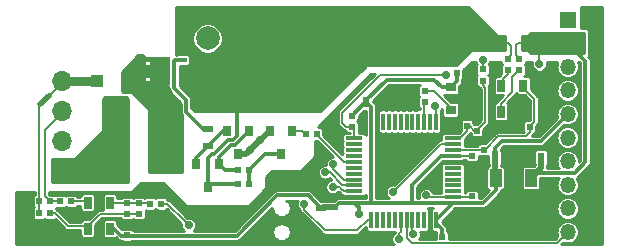
<source format=gtl>
G04 #@! TF.GenerationSoftware,KiCad,Pcbnew,5.1.4+dfsg1-1*
G04 #@! TF.CreationDate,2020-04-13T22:05:46+02:00*
G04 #@! TF.ProjectId,OtterIron_PRO_Bot,4f747465-7249-4726-9f6e-5f50524f5f42,rev?*
G04 #@! TF.SameCoordinates,Original*
G04 #@! TF.FileFunction,Copper,L1,Top*
G04 #@! TF.FilePolarity,Positive*
%FSLAX46Y46*%
G04 Gerber Fmt 4.6, Leading zero omitted, Abs format (unit mm)*
G04 Created by KiCad (PCBNEW 5.1.4+dfsg1-1) date 2020-04-13 22:05:46*
%MOMM*%
%LPD*%
G04 APERTURE LIST*
%ADD10C,0.100000*%
%ADD11O,1.350000X1.350000*%
%ADD12R,1.350000X1.350000*%
%ADD13R,0.300000X1.475000*%
%ADD14R,1.475000X0.300000*%
%ADD15R,1.600000X5.900000*%
%ADD16O,1.700000X1.700000*%
%ADD17R,1.700000X1.700000*%
%ADD18R,0.650000X1.060000*%
%ADD19R,0.900000X0.800000*%
%ADD20C,1.000000*%
%ADD21R,2.200000X1.840000*%
%ADD22R,1.000000X1.500000*%
%ADD23R,1.000000X1.800000*%
%ADD24C,0.850000*%
%ADD25R,0.500000X0.600000*%
%ADD26R,0.700000X1.300000*%
%ADD27R,0.600000X0.500000*%
%ADD28R,0.900000X0.600000*%
%ADD29R,0.800000X0.900000*%
%ADD30R,0.700000X0.420000*%
%ADD31C,1.710000*%
%ADD32C,0.500000*%
%ADD33R,1.100000X1.100000*%
%ADD34C,2.000000*%
%ADD35R,2.000000X2.000000*%
%ADD36R,0.600000X0.900000*%
%ADD37C,0.700000*%
%ADD38C,0.154000*%
%ADD39C,0.800000*%
%ADD40C,0.200000*%
%ADD41C,0.300000*%
%ADD42C,0.500000*%
%ADD43C,0.254000*%
G04 APERTURE END LIST*
D10*
G36*
X52069670Y-107976777D02*
G01*
X52776777Y-107269670D01*
X53130330Y-107623223D01*
X52423223Y-108330330D01*
X52069670Y-107976777D01*
G37*
D11*
X96900000Y-119000000D03*
X96900000Y-117000000D03*
X96900000Y-115000000D03*
X96900000Y-113000000D03*
X96900000Y-111000000D03*
X96900000Y-109000000D03*
X96900000Y-107000000D03*
X96900000Y-105000000D03*
X96900000Y-103000000D03*
D12*
X96900000Y-101000000D03*
D13*
X85750000Y-117962500D03*
X85250000Y-117962500D03*
X84750000Y-117962500D03*
X84250000Y-117962500D03*
X83750000Y-117962500D03*
X83250000Y-117962500D03*
X82750000Y-117962500D03*
X82250000Y-117962500D03*
X81750000Y-117962500D03*
X81250000Y-117962500D03*
X80750000Y-117962500D03*
X80250000Y-117962500D03*
D14*
X78837500Y-116550000D03*
X78837500Y-116050000D03*
X78837500Y-115550000D03*
X78837500Y-115050000D03*
X78837500Y-114550000D03*
X78837500Y-114050000D03*
X78837500Y-113550000D03*
X78837500Y-113050000D03*
X78837500Y-112550000D03*
X78837500Y-112050000D03*
X78837500Y-111550000D03*
X78837500Y-111050000D03*
D13*
X80250000Y-109637500D03*
X80750000Y-109637500D03*
X81250000Y-109637500D03*
X81750000Y-109637500D03*
X82250000Y-109637500D03*
X82750000Y-109637500D03*
X83250000Y-109637500D03*
X83750000Y-109637500D03*
X84250000Y-109637500D03*
X84750000Y-109637500D03*
X85250000Y-109637500D03*
X85750000Y-109637500D03*
D14*
X87162500Y-111050000D03*
X87162500Y-111550000D03*
X87162500Y-112050000D03*
X87162500Y-112550000D03*
X87162500Y-113050000D03*
X87162500Y-113550000D03*
X87162500Y-114050000D03*
X87162500Y-114550000D03*
X87162500Y-115050000D03*
X87162500Y-115550000D03*
X87162500Y-116050000D03*
X87162500Y-116550000D03*
D15*
X58650000Y-110800000D03*
X63350000Y-110800000D03*
D16*
X54100000Y-106180000D03*
X54100000Y-108720000D03*
X54100000Y-111260000D03*
D17*
X54100000Y-113800000D03*
D18*
X91250000Y-106600000D03*
X93150000Y-106600000D03*
X93150000Y-108800000D03*
X92200000Y-108800000D03*
X91250000Y-108800000D03*
D19*
X89000000Y-107700000D03*
X87000000Y-108650000D03*
X87000000Y-106750000D03*
D18*
X58150000Y-118700000D03*
X56250000Y-118700000D03*
X56250000Y-116500000D03*
X57200000Y-116500000D03*
X58150000Y-116500000D03*
D20*
X92300000Y-115823800D03*
D10*
G36*
X91200000Y-116323800D02*
G01*
X91900000Y-115323800D01*
X92700000Y-115323800D01*
X93400000Y-116323800D01*
X91200000Y-116323800D01*
X91200000Y-116323800D01*
G37*
D21*
X92300000Y-117233500D03*
D22*
X90800000Y-114420000D03*
D23*
X92300000Y-114566500D03*
D22*
X93800000Y-114420000D03*
D24*
X92300000Y-118567000D03*
D10*
G36*
X93400000Y-118142000D02*
G01*
X92800000Y-118992000D01*
X91800000Y-118992000D01*
X91200000Y-118142000D01*
X93400000Y-118142000D01*
X93400000Y-118142000D01*
G37*
D25*
X69000711Y-113756497D03*
X69940711Y-113756497D03*
D26*
X91350000Y-103000000D03*
X93250000Y-103000000D03*
D27*
X91800000Y-104330000D03*
X91800000Y-105270000D03*
X92800000Y-105270000D03*
X92800000Y-104330000D03*
D28*
X66400000Y-110250000D03*
X66400000Y-111750000D03*
D27*
X84800000Y-107030000D03*
X84800000Y-107970000D03*
D25*
X54870000Y-116400000D03*
X53930000Y-116400000D03*
X53070000Y-117400000D03*
X52130000Y-117400000D03*
D27*
X59600000Y-116530000D03*
X59600000Y-117470000D03*
D25*
X62470000Y-116600000D03*
X61530000Y-116600000D03*
X69940711Y-114887868D03*
X69000711Y-114887868D03*
X74730000Y-110700000D03*
X75670000Y-110700000D03*
X92730000Y-110100000D03*
X93670000Y-110100000D03*
D27*
X78600000Y-109130000D03*
X78600000Y-110070000D03*
X88800000Y-115970000D03*
X88800000Y-115030000D03*
D25*
X90170000Y-110400000D03*
X89230000Y-110400000D03*
D27*
X89700000Y-106170000D03*
X89700000Y-105230000D03*
D29*
X69000000Y-112400000D03*
X68050000Y-110400000D03*
X69950000Y-110400000D03*
X66400000Y-115200000D03*
X65450000Y-113200000D03*
X67350000Y-113200000D03*
D30*
X64300000Y-106375000D03*
X64300000Y-105075000D03*
X64300000Y-105725000D03*
X64300000Y-104425000D03*
D31*
X62345000Y-105400000D03*
D10*
G36*
X60950000Y-106165000D02*
G01*
X61490000Y-106165000D01*
X61490000Y-105935000D01*
X60950000Y-105935000D01*
X60950000Y-105515000D01*
X61490000Y-105515000D01*
X61490000Y-105285000D01*
X60950000Y-105285000D01*
X60950000Y-104865000D01*
X61490000Y-104865000D01*
X61490000Y-104635000D01*
X60950000Y-104635000D01*
X60950000Y-104215000D01*
X63200000Y-104215000D01*
X63200000Y-106585000D01*
X60950000Y-106585000D01*
X60950000Y-106165000D01*
X60950000Y-106165000D01*
G37*
D29*
X72600000Y-112400000D03*
X71650000Y-110400000D03*
X73550000Y-110400000D03*
D32*
X52953553Y-107446447D03*
X52246447Y-108153553D03*
D33*
X57000000Y-106200000D03*
X59800000Y-106200000D03*
D34*
X66400000Y-102600000D03*
D35*
X66400000Y-107600000D03*
D27*
X89800000Y-112970000D03*
X89800000Y-112030000D03*
D25*
X88470000Y-105500000D03*
X87530000Y-105500000D03*
X53070000Y-116400000D03*
X52130000Y-116400000D03*
D27*
X60600000Y-116530000D03*
X60600000Y-117470000D03*
D36*
X81350000Y-108000000D03*
X79850000Y-108000000D03*
D25*
X85330000Y-119400000D03*
X86270000Y-119400000D03*
D28*
X76000000Y-115450000D03*
X76000000Y-116950000D03*
D27*
X59600000Y-118330000D03*
X59600000Y-119270000D03*
X77200000Y-115930000D03*
X77200000Y-116870000D03*
X88800000Y-113470000D03*
X88800000Y-112530000D03*
D36*
X92250000Y-112700000D03*
X90750000Y-112700000D03*
D25*
X87430000Y-110000000D03*
X88370000Y-110000000D03*
D36*
X93150000Y-112700000D03*
X94650000Y-112700000D03*
D37*
X92300000Y-117600000D03*
X92300000Y-116700000D03*
X92300000Y-115100000D03*
X92300000Y-114100000D03*
X56300000Y-117600000D03*
X55200000Y-117600000D03*
X57200000Y-118700000D03*
X86700000Y-118100000D03*
X87600000Y-119100000D03*
X84700000Y-119300000D03*
X80400000Y-119500000D03*
X53300000Y-118700000D03*
X62100000Y-118300000D03*
X60800000Y-118300000D03*
X70025000Y-112025000D03*
X70875000Y-111175000D03*
X91200000Y-110200000D03*
X89700000Y-114100000D03*
X88750000Y-114250000D03*
X89250000Y-117450000D03*
X90700000Y-119050000D03*
X94300000Y-118250000D03*
X95350000Y-114850000D03*
X95650000Y-119250000D03*
X94900000Y-109750000D03*
X94800000Y-107050000D03*
X92700000Y-107700000D03*
X90500000Y-107750000D03*
X89250000Y-108950000D03*
X87900000Y-107650000D03*
X86600000Y-109800000D03*
X84600000Y-112100000D03*
X81150000Y-112200000D03*
X81100000Y-115350000D03*
X85600000Y-114700000D03*
X82350000Y-107950000D03*
X83650000Y-107100000D03*
X79450000Y-109600000D03*
X77200000Y-110300000D03*
X75500000Y-113450000D03*
X74850000Y-115000000D03*
X72250000Y-114750000D03*
X69150000Y-117450000D03*
X65900000Y-117500000D03*
X62400000Y-115400000D03*
X60700000Y-115500000D03*
X50950000Y-116200000D03*
X51000000Y-119250000D03*
X70700000Y-118950000D03*
X79200000Y-119500000D03*
X94500000Y-104800000D03*
X89700000Y-104400000D03*
X79200000Y-117500000D03*
X76364124Y-113935876D03*
X77035876Y-113264124D03*
X82600000Y-119600000D03*
X74600000Y-116600000D03*
X77000000Y-115175998D03*
X86600000Y-105700000D03*
X64800000Y-118400000D03*
X82100002Y-115600000D03*
X84900000Y-115900000D03*
X83831010Y-119200000D03*
X85700000Y-108300000D03*
D38*
X54220000Y-106180000D02*
X54250000Y-106180000D01*
X52953553Y-107446447D02*
X54220000Y-106180000D01*
D39*
X56980000Y-106180000D02*
X57000000Y-106200000D01*
X54250000Y-106180000D02*
X56980000Y-106180000D01*
D40*
X56462202Y-117600000D02*
X56300000Y-117600000D01*
X57200000Y-116500000D02*
X57200000Y-116862202D01*
X57200000Y-116862202D02*
X56462202Y-117600000D01*
X56300000Y-117600000D02*
X55200000Y-117600000D01*
D41*
X85250000Y-117962500D02*
X85250000Y-119320000D01*
X76280000Y-115730000D02*
X76280000Y-115730000D01*
X80750000Y-108600000D02*
X81350000Y-108000000D01*
X80750000Y-109637500D02*
X80750000Y-108600000D01*
X76600000Y-116050000D02*
X76280000Y-115730000D01*
X76280000Y-115730000D02*
X76000000Y-115450000D01*
X78837500Y-116050000D02*
X76600000Y-116050000D01*
D42*
X69650000Y-112400000D02*
X69000000Y-112400000D01*
X71650000Y-110400000D02*
X70875000Y-111175000D01*
X70025000Y-112025000D02*
X69650000Y-112400000D01*
X70875000Y-111175000D02*
X70025000Y-112025000D01*
D38*
X92500000Y-104030000D02*
X92800000Y-104330000D01*
X92500000Y-103200000D02*
X92500000Y-104030000D01*
X93250000Y-103000000D02*
X92700000Y-103000000D01*
X92700000Y-103000000D02*
X92500000Y-103200000D01*
D42*
X94650000Y-112700000D02*
X94650000Y-113570000D01*
X94650000Y-113570000D02*
X94310000Y-113910000D01*
X94310000Y-113910000D02*
X93800000Y-114420000D01*
D41*
X97500000Y-114000000D02*
X94400000Y-114000000D01*
X94400000Y-114000000D02*
X94310000Y-113910000D01*
X98400000Y-113100000D02*
X97500000Y-114000000D01*
X96900000Y-103000000D02*
X98400000Y-104500000D01*
X98400000Y-104500000D02*
X98400000Y-113100000D01*
D38*
X96900000Y-103000000D02*
X95100000Y-103000000D01*
X95100000Y-103000000D02*
X94500000Y-103600000D01*
X94500000Y-103600000D02*
X94500000Y-104800000D01*
X89700000Y-104400000D02*
X89700000Y-105230000D01*
X88370000Y-110430000D02*
X88370000Y-110000000D01*
X87750000Y-111050000D02*
X88370000Y-110430000D01*
X87162500Y-111050000D02*
X87750000Y-111050000D01*
X88600000Y-110000000D02*
X88370000Y-110000000D01*
X89230000Y-110400000D02*
X89000000Y-110400000D01*
X89000000Y-110400000D02*
X88600000Y-110000000D01*
X89700000Y-106574000D02*
X89900000Y-106774000D01*
X89700000Y-106170000D02*
X89700000Y-106574000D01*
X89230000Y-110350000D02*
X89230000Y-110400000D01*
X89900000Y-109680000D02*
X89230000Y-110350000D01*
X89900000Y-106774000D02*
X89900000Y-109680000D01*
D41*
X85750000Y-117962500D02*
X87162500Y-116550000D01*
X87162500Y-116550000D02*
X88200000Y-116550000D01*
X80250000Y-108400000D02*
X79850000Y-108000000D01*
X80250000Y-109637500D02*
X80250000Y-108400000D01*
X79730000Y-108000000D02*
X78600000Y-109130000D01*
X79850000Y-108000000D02*
X79730000Y-108000000D01*
X80350000Y-116550000D02*
X78837500Y-116550000D01*
X80250000Y-116450000D02*
X80350000Y-116550000D01*
X80250000Y-109637500D02*
X80250000Y-116450000D01*
X76450000Y-116950000D02*
X77200000Y-116950000D01*
X78837500Y-116550000D02*
X77520000Y-116550000D01*
X77520000Y-116550000D02*
X77200000Y-116870000D01*
X76150000Y-116800000D02*
X76000000Y-116950000D01*
X77200000Y-116870000D02*
X77130000Y-116800000D01*
X77130000Y-116800000D02*
X76150000Y-116800000D01*
X87162500Y-116550000D02*
X86125000Y-116550000D01*
X84586078Y-116554002D02*
X84582076Y-116550000D01*
X86125000Y-116550000D02*
X86120998Y-116554002D01*
X86120998Y-116554002D02*
X84586078Y-116554002D01*
X84582076Y-116550000D02*
X83550000Y-116550000D01*
X83550000Y-116550000D02*
X80350000Y-116550000D01*
X86270000Y-118770000D02*
X86270000Y-119400000D01*
X85750000Y-117962500D02*
X85750000Y-118250000D01*
X85750000Y-118250000D02*
X86270000Y-118770000D01*
X83700000Y-116400000D02*
X83550000Y-116550000D01*
X83700000Y-114975000D02*
X83700000Y-116400000D01*
X87162500Y-112550000D02*
X86125000Y-112550000D01*
X86125000Y-112550000D02*
X83700000Y-114975000D01*
D38*
X88780000Y-112550000D02*
X88800000Y-112530000D01*
X87162500Y-112550000D02*
X88780000Y-112550000D01*
D41*
X89720000Y-116550000D02*
X88200000Y-116550000D01*
X90800000Y-115470000D02*
X89720000Y-116550000D01*
X90800000Y-114420000D02*
X90800000Y-115470000D01*
D42*
X90750000Y-114370000D02*
X90800000Y-114420000D01*
X90750000Y-112700000D02*
X90750000Y-114370000D01*
X90750000Y-112700000D02*
X90750000Y-112250000D01*
D41*
X94600000Y-111300000D02*
X91300000Y-111300000D01*
X96900000Y-109000000D02*
X94600000Y-111300000D01*
X90750000Y-111850000D02*
X90750000Y-112700000D01*
X91300000Y-111300000D02*
X90750000Y-111850000D01*
X79200000Y-116912500D02*
X78837500Y-116550000D01*
X79200000Y-117500000D02*
X79200000Y-116912500D01*
X74950000Y-115900000D02*
X75250000Y-116200000D01*
X58150000Y-118700000D02*
X58500000Y-118700000D01*
X59100000Y-119300000D02*
X68900000Y-119300000D01*
X58500000Y-118700000D02*
X59100000Y-119300000D01*
X68900000Y-119300000D02*
X72300000Y-115900000D01*
X75250000Y-116200000D02*
X76000000Y-116950000D01*
X72300000Y-115900000D02*
X74950000Y-115900000D01*
X87530000Y-106220000D02*
X87000000Y-106750000D01*
X87530000Y-105500000D02*
X87530000Y-106220000D01*
X86250000Y-106750000D02*
X85600000Y-106100000D01*
X87000000Y-106750000D02*
X86250000Y-106750000D01*
X79850000Y-107850000D02*
X79850000Y-108000000D01*
X81600000Y-106100000D02*
X79850000Y-107850000D01*
X85600000Y-106100000D02*
X81600000Y-106100000D01*
D38*
X61430000Y-116500000D02*
X61530000Y-116600000D01*
X58150000Y-116500000D02*
X61430000Y-116500000D01*
X60600000Y-117470000D02*
X59600000Y-117470000D01*
X56250000Y-118495000D02*
X56250000Y-118700000D01*
X57275000Y-117470000D02*
X56250000Y-118495000D01*
X59600000Y-117470000D02*
X57275000Y-117470000D01*
X54569000Y-118495000D02*
X56250000Y-118495000D01*
X53070000Y-117400000D02*
X53474000Y-117400000D01*
X53474000Y-117400000D02*
X54569000Y-118495000D01*
X53070000Y-116400000D02*
X53930000Y-116400000D01*
X52600000Y-110370000D02*
X54250000Y-108720000D01*
X53070000Y-116400000D02*
X52600000Y-115930000D01*
X52600000Y-115930000D02*
X52600000Y-110370000D01*
X52130000Y-117400000D02*
X52130000Y-116400000D01*
X52130000Y-108270000D02*
X52246447Y-108153553D01*
X52130000Y-116400000D02*
X52130000Y-108270000D01*
X94074000Y-109646000D02*
X93670000Y-110050000D01*
X94074000Y-107729000D02*
X94074000Y-109646000D01*
X93670000Y-110050000D02*
X93670000Y-110100000D01*
X93150000Y-106805000D02*
X94074000Y-107729000D01*
X93150000Y-106600000D02*
X93150000Y-106805000D01*
X87182500Y-112030000D02*
X87162500Y-112050000D01*
X89800000Y-112030000D02*
X87182500Y-112030000D01*
X89870000Y-112030000D02*
X89800000Y-112030000D01*
X91000000Y-110900000D02*
X89870000Y-112030000D01*
X93324000Y-110900000D02*
X91000000Y-110900000D01*
X93670000Y-110100000D02*
X93670000Y-110554000D01*
X93670000Y-110554000D02*
X93324000Y-110900000D01*
D42*
X62345000Y-105400000D02*
X60900000Y-105400000D01*
X60900000Y-105400000D02*
X60900000Y-104200000D01*
X60900000Y-104200000D02*
X60900000Y-104910000D01*
X60900000Y-104910000D02*
X60900000Y-106700000D01*
X60900000Y-106700000D02*
X63000000Y-106700000D01*
D38*
X78837500Y-115050000D02*
X78250000Y-115050000D01*
X78250000Y-115050000D02*
X78202000Y-115002000D01*
X78202000Y-115002000D02*
X77816328Y-115002000D01*
X76750204Y-113935876D02*
X76364124Y-113935876D01*
X77816328Y-115002000D02*
X76750204Y-113935876D01*
X77035876Y-113650204D02*
X77035876Y-113264124D01*
X78837500Y-114550000D02*
X78250000Y-114550000D01*
X77983672Y-114598000D02*
X77035876Y-113650204D01*
X78202000Y-114598000D02*
X77983672Y-114598000D01*
X78250000Y-114550000D02*
X78202000Y-114598000D01*
X82750000Y-118854000D02*
X82750000Y-117962500D01*
X82750000Y-118955026D02*
X82750000Y-118854000D01*
X82600000Y-119105026D02*
X82750000Y-118955026D01*
X82600000Y-119600000D02*
X82600000Y-119105026D01*
X95968999Y-119931001D02*
X96900000Y-119000000D01*
X83702129Y-119931001D02*
X95968999Y-119931001D01*
X83250000Y-117962500D02*
X83250000Y-119478872D01*
X83250000Y-119478872D02*
X83702129Y-119931001D01*
X76359026Y-118854000D02*
X74600000Y-117094974D01*
X79946000Y-117962500D02*
X79054500Y-118854000D01*
X79054500Y-118854000D02*
X76359026Y-118854000D01*
X74600000Y-117094974D02*
X74600000Y-116600000D01*
X80250000Y-117962500D02*
X79946000Y-117962500D01*
X77024002Y-115200000D02*
X77000000Y-115175998D01*
X77950000Y-115550000D02*
X77710010Y-115310010D01*
X77688747Y-115310010D02*
X77578737Y-115200000D01*
X77710010Y-115310010D02*
X77688747Y-115310010D01*
X77578737Y-115200000D02*
X77024002Y-115200000D01*
X78837500Y-115550000D02*
X77950000Y-115550000D01*
D41*
X69940711Y-113756497D02*
X69940711Y-114887868D01*
X69940711Y-113706497D02*
X69940711Y-113756497D01*
X71247208Y-112400000D02*
X69940711Y-113706497D01*
X72600000Y-112400000D02*
X71247208Y-112400000D01*
D38*
X74430000Y-110400000D02*
X74730000Y-110700000D01*
X73550000Y-110400000D02*
X74430000Y-110400000D01*
D41*
X66050000Y-110250000D02*
X66400000Y-110250000D01*
X64600000Y-108800000D02*
X66050000Y-110250000D01*
X64300000Y-104425000D02*
X63650000Y-104425000D01*
X63600000Y-104475000D02*
X63600000Y-106800000D01*
X63650000Y-104425000D02*
X63600000Y-104475000D01*
X63600000Y-106800000D02*
X64600000Y-107800000D01*
X64600000Y-107800000D02*
X64600000Y-108800000D01*
X66250000Y-111650000D02*
X66400000Y-111650000D01*
X65450000Y-112700000D02*
X66400000Y-111750000D01*
X65450000Y-113200000D02*
X65450000Y-112700000D01*
X67750000Y-110400000D02*
X66400000Y-111750000D01*
X68050000Y-110400000D02*
X67750000Y-110400000D01*
X67906497Y-113756497D02*
X69000711Y-113756497D01*
X67350000Y-113200000D02*
X67906497Y-113756497D01*
X67350000Y-113150000D02*
X67350000Y-113200000D01*
X69950000Y-110450000D02*
X68754001Y-111645999D01*
X69950000Y-110400000D02*
X69950000Y-110450000D01*
X68754001Y-111645999D02*
X68356799Y-111645999D01*
X68356799Y-111645999D02*
X67350000Y-112652798D01*
X67350000Y-112652798D02*
X67350000Y-113150000D01*
D38*
X78837500Y-110307500D02*
X78600000Y-110070000D01*
X78837500Y-111050000D02*
X78837500Y-110307500D01*
X78146000Y-110070000D02*
X77800000Y-109724000D01*
X78600000Y-110070000D02*
X78146000Y-110070000D01*
X77800000Y-108884198D02*
X80984198Y-105700000D01*
X77800000Y-109724000D02*
X77800000Y-108884198D01*
X80984198Y-105700000D02*
X86600000Y-105700000D01*
X75670000Y-110750000D02*
X75670000Y-110700000D01*
X78837500Y-113050000D02*
X77970000Y-113050000D01*
X77970000Y-113050000D02*
X75670000Y-110750000D01*
X64450001Y-118050001D02*
X64800000Y-118400000D01*
X62470000Y-116600000D02*
X63000000Y-116600000D01*
X63000000Y-116600000D02*
X64450001Y-118050001D01*
X87162500Y-111550000D02*
X86150002Y-111550000D01*
X86150002Y-111550000D02*
X82450001Y-115250001D01*
X82450001Y-115250001D02*
X82100002Y-115600000D01*
X56150000Y-116400000D02*
X56250000Y-116500000D01*
X54870000Y-116400000D02*
X56150000Y-116400000D01*
X87000000Y-108498000D02*
X87000000Y-108650000D01*
X84800000Y-107030000D02*
X85532000Y-107030000D01*
X85532000Y-107030000D02*
X87000000Y-108498000D01*
X84750000Y-108020000D02*
X84800000Y-107970000D01*
X84750000Y-109637500D02*
X84750000Y-108020000D01*
X92200000Y-107166000D02*
X91250000Y-108116000D01*
X91250000Y-108116000D02*
X91250000Y-108800000D01*
X92800000Y-105270000D02*
X92200000Y-105870000D01*
X92200000Y-105870000D02*
X92200000Y-107166000D01*
X91400000Y-106450000D02*
X91250000Y-106600000D01*
X91400000Y-106000000D02*
X91400000Y-106450000D01*
X91800000Y-105270000D02*
X91800000Y-105600000D01*
X91800000Y-105600000D02*
X91400000Y-106000000D01*
X83750000Y-117962500D02*
X83750000Y-119118990D01*
X83750000Y-119118990D02*
X83831010Y-119200000D01*
X87212500Y-116000000D02*
X87162500Y-116050000D01*
X85050000Y-116050000D02*
X84900000Y-115900000D01*
X87162500Y-116050000D02*
X85050000Y-116050000D01*
X88720000Y-116050000D02*
X88800000Y-115970000D01*
X87162500Y-116050000D02*
X88720000Y-116050000D01*
X85750000Y-109637500D02*
X85750000Y-108350000D01*
X85750000Y-108350000D02*
X85700000Y-108300000D01*
D41*
X66712132Y-114887868D02*
X69000711Y-114887868D01*
X66400000Y-115200000D02*
X66712132Y-114887868D01*
D38*
X92100000Y-104030000D02*
X91800000Y-104330000D01*
X91350000Y-103000000D02*
X91854000Y-103000000D01*
X92100000Y-103246000D02*
X92100000Y-104030000D01*
X91854000Y-103000000D02*
X92100000Y-103246000D01*
D41*
X68900000Y-108800000D02*
X67700000Y-107600000D01*
X68565944Y-111191988D02*
X68900000Y-110857932D01*
X66400000Y-112752798D02*
X66752798Y-112400000D01*
X67700000Y-107600000D02*
X66400000Y-107600000D01*
X66400000Y-115200000D02*
X66400000Y-112752798D01*
X66752798Y-112400000D02*
X66960730Y-112400000D01*
X66960730Y-112400000D02*
X68168742Y-111191988D01*
X68900000Y-110857932D02*
X68900000Y-108800000D01*
X68168742Y-111191988D02*
X68565944Y-111191988D01*
D43*
G36*
X60715226Y-104058129D02*
G01*
X60689133Y-104106946D01*
X60673065Y-104159914D01*
X60667640Y-104215000D01*
X60667640Y-104635000D01*
X60673065Y-104690086D01*
X60689133Y-104743054D01*
X60692846Y-104750000D01*
X60689133Y-104756946D01*
X60673065Y-104809914D01*
X60667640Y-104865000D01*
X60667640Y-105285000D01*
X60673065Y-105340086D01*
X60689133Y-105393054D01*
X60692846Y-105400000D01*
X60689133Y-105406946D01*
X60673065Y-105459914D01*
X60667640Y-105515000D01*
X60667640Y-105935000D01*
X60673065Y-105990086D01*
X60689133Y-106043054D01*
X60692846Y-106050000D01*
X60689133Y-106056946D01*
X60673065Y-106109914D01*
X60667640Y-106165000D01*
X60667640Y-106585000D01*
X60673065Y-106640086D01*
X60689133Y-106693054D01*
X60715226Y-106741871D01*
X60750341Y-106784659D01*
X60793129Y-106819774D01*
X60841946Y-106845867D01*
X60894914Y-106861935D01*
X60950000Y-106867360D01*
X63173550Y-106867360D01*
X63175237Y-106884490D01*
X63199883Y-106965734D01*
X63239904Y-107040609D01*
X63293764Y-107106237D01*
X63310204Y-107119729D01*
X63319000Y-107128525D01*
X63319000Y-107200000D01*
X63324399Y-107254820D01*
X63340390Y-107307534D01*
X63366357Y-107356115D01*
X63401303Y-107398697D01*
X64169000Y-108166394D01*
X64169001Y-108778830D01*
X64166916Y-108800000D01*
X64175237Y-108884490D01*
X64199883Y-108965734D01*
X64239904Y-109040609D01*
X64273000Y-109080936D01*
X64273000Y-113873000D01*
X61427000Y-113873000D01*
X61427000Y-108600000D01*
X61424560Y-108575224D01*
X61417333Y-108551399D01*
X61405597Y-108529443D01*
X61389803Y-108510197D01*
X60089803Y-107210197D01*
X60070557Y-107194403D01*
X60048601Y-107182667D01*
X60024776Y-107175440D01*
X60000000Y-107173000D01*
X59252606Y-107173000D01*
X59127000Y-107047394D01*
X59127000Y-105452606D01*
X60552606Y-104027000D01*
X60740773Y-104027000D01*
X60715226Y-104058129D01*
X60715226Y-104058129D01*
G37*
X60715226Y-104058129D02*
X60689133Y-104106946D01*
X60673065Y-104159914D01*
X60667640Y-104215000D01*
X60667640Y-104635000D01*
X60673065Y-104690086D01*
X60689133Y-104743054D01*
X60692846Y-104750000D01*
X60689133Y-104756946D01*
X60673065Y-104809914D01*
X60667640Y-104865000D01*
X60667640Y-105285000D01*
X60673065Y-105340086D01*
X60689133Y-105393054D01*
X60692846Y-105400000D01*
X60689133Y-105406946D01*
X60673065Y-105459914D01*
X60667640Y-105515000D01*
X60667640Y-105935000D01*
X60673065Y-105990086D01*
X60689133Y-106043054D01*
X60692846Y-106050000D01*
X60689133Y-106056946D01*
X60673065Y-106109914D01*
X60667640Y-106165000D01*
X60667640Y-106585000D01*
X60673065Y-106640086D01*
X60689133Y-106693054D01*
X60715226Y-106741871D01*
X60750341Y-106784659D01*
X60793129Y-106819774D01*
X60841946Y-106845867D01*
X60894914Y-106861935D01*
X60950000Y-106867360D01*
X63173550Y-106867360D01*
X63175237Y-106884490D01*
X63199883Y-106965734D01*
X63239904Y-107040609D01*
X63293764Y-107106237D01*
X63310204Y-107119729D01*
X63319000Y-107128525D01*
X63319000Y-107200000D01*
X63324399Y-107254820D01*
X63340390Y-107307534D01*
X63366357Y-107356115D01*
X63401303Y-107398697D01*
X64169000Y-108166394D01*
X64169001Y-108778830D01*
X64166916Y-108800000D01*
X64175237Y-108884490D01*
X64199883Y-108965734D01*
X64239904Y-109040609D01*
X64273000Y-109080936D01*
X64273000Y-113873000D01*
X61427000Y-113873000D01*
X61427000Y-108600000D01*
X61424560Y-108575224D01*
X61417333Y-108551399D01*
X61405597Y-108529443D01*
X61389803Y-108510197D01*
X60089803Y-107210197D01*
X60070557Y-107194403D01*
X60048601Y-107182667D01*
X60024776Y-107175440D01*
X60000000Y-107173000D01*
X59252606Y-107173000D01*
X59127000Y-107047394D01*
X59127000Y-105452606D01*
X60552606Y-104027000D01*
X60740773Y-104027000D01*
X60715226Y-104058129D01*
G36*
X59043885Y-107533643D02*
G01*
X59092466Y-107559610D01*
X59145180Y-107575601D01*
X59200000Y-107581000D01*
X59501394Y-107581000D01*
X59673000Y-107752606D01*
X59673000Y-114773000D01*
X53227000Y-114773000D01*
X53227000Y-112827000D01*
X55100000Y-112827000D01*
X55124776Y-112824560D01*
X55148601Y-112817333D01*
X55170557Y-112805597D01*
X55189803Y-112789803D01*
X57489803Y-110489803D01*
X57505597Y-110470557D01*
X57517333Y-110448601D01*
X57524560Y-110424776D01*
X57527000Y-110400000D01*
X57527000Y-107752606D01*
X57752606Y-107527000D01*
X59035790Y-107527000D01*
X59043885Y-107533643D01*
X59043885Y-107533643D01*
G37*
X59043885Y-107533643D02*
X59092466Y-107559610D01*
X59145180Y-107575601D01*
X59200000Y-107581000D01*
X59501394Y-107581000D01*
X59673000Y-107752606D01*
X59673000Y-114773000D01*
X53227000Y-114773000D01*
X53227000Y-112827000D01*
X55100000Y-112827000D01*
X55124776Y-112824560D01*
X55148601Y-112817333D01*
X55170557Y-112805597D01*
X55189803Y-112789803D01*
X57489803Y-110489803D01*
X57505597Y-110470557D01*
X57517333Y-110448601D01*
X57524560Y-110424776D01*
X57527000Y-110400000D01*
X57527000Y-107752606D01*
X57752606Y-107527000D01*
X59035790Y-107527000D01*
X59043885Y-107533643D01*
G36*
X98273000Y-103873000D02*
G01*
X93752606Y-103873000D01*
X93489803Y-103610197D01*
X93470557Y-103594403D01*
X93448601Y-103582667D01*
X93424776Y-103575440D01*
X93400000Y-103573000D01*
X93027000Y-103573000D01*
X93027000Y-102427000D01*
X93400000Y-102427000D01*
X93424776Y-102424560D01*
X93448601Y-102417333D01*
X93470557Y-102405597D01*
X93489803Y-102389803D01*
X93752606Y-102127000D01*
X98273000Y-102127000D01*
X98273000Y-103873000D01*
X98273000Y-103873000D01*
G37*
X98273000Y-103873000D02*
X93752606Y-103873000D01*
X93489803Y-103610197D01*
X93470557Y-103594403D01*
X93448601Y-103582667D01*
X93424776Y-103575440D01*
X93400000Y-103573000D01*
X93027000Y-103573000D01*
X93027000Y-102427000D01*
X93400000Y-102427000D01*
X93424776Y-102424560D01*
X93448601Y-102417333D01*
X93470557Y-102405597D01*
X93489803Y-102389803D01*
X93752606Y-102127000D01*
X98273000Y-102127000D01*
X98273000Y-103873000D01*
G36*
X90910197Y-102389803D02*
G01*
X90929443Y-102405597D01*
X90951399Y-102417333D01*
X90975224Y-102424560D01*
X91000000Y-102427000D01*
X91573000Y-102427000D01*
X91573000Y-103573000D01*
X88800000Y-103573000D01*
X88775224Y-103575440D01*
X88751399Y-103582667D01*
X88729443Y-103594403D01*
X88710197Y-103610197D01*
X87447394Y-104873000D01*
X79900000Y-104873000D01*
X79875224Y-104875440D01*
X79851399Y-104882667D01*
X79829443Y-104894403D01*
X79810197Y-104910197D01*
X75947394Y-108773000D01*
X65352606Y-108773000D01*
X65031000Y-108451394D01*
X65031000Y-107821161D01*
X65033084Y-107800000D01*
X65031000Y-107778839D01*
X65031000Y-107778832D01*
X65024763Y-107715509D01*
X65022106Y-107706751D01*
X65000118Y-107634265D01*
X64960097Y-107559391D01*
X64919731Y-107510205D01*
X64919729Y-107510203D01*
X64906237Y-107493763D01*
X64889798Y-107480272D01*
X64031000Y-106621475D01*
X64031000Y-104917359D01*
X64650000Y-104917359D01*
X64705086Y-104911934D01*
X64758054Y-104895866D01*
X64806870Y-104869773D01*
X64849658Y-104834658D01*
X64884773Y-104791870D01*
X64910866Y-104743054D01*
X64926934Y-104690086D01*
X64932359Y-104635000D01*
X64932359Y-104215000D01*
X64926934Y-104159914D01*
X64910866Y-104106946D01*
X64884773Y-104058130D01*
X64849658Y-104015342D01*
X64806870Y-103980227D01*
X64758054Y-103954134D01*
X64705086Y-103938066D01*
X64650000Y-103932641D01*
X63950000Y-103932641D01*
X63894914Y-103938066D01*
X63841946Y-103954134D01*
X63793130Y-103980227D01*
X63776347Y-103994000D01*
X63727000Y-103994000D01*
X63727000Y-102473833D01*
X65119000Y-102473833D01*
X65119000Y-102726167D01*
X65168228Y-102973654D01*
X65264793Y-103206781D01*
X65404982Y-103416590D01*
X65583410Y-103595018D01*
X65793219Y-103735207D01*
X66026346Y-103831772D01*
X66273833Y-103881000D01*
X66526167Y-103881000D01*
X66773654Y-103831772D01*
X67006781Y-103735207D01*
X67216590Y-103595018D01*
X67395018Y-103416590D01*
X67535207Y-103206781D01*
X67631772Y-102973654D01*
X67681000Y-102726167D01*
X67681000Y-102473833D01*
X67631772Y-102226346D01*
X67535207Y-101993219D01*
X67395018Y-101783410D01*
X67216590Y-101604982D01*
X67006781Y-101464793D01*
X66773654Y-101368228D01*
X66526167Y-101319000D01*
X66273833Y-101319000D01*
X66026346Y-101368228D01*
X65793219Y-101464793D01*
X65583410Y-101604982D01*
X65404982Y-101783410D01*
X65264793Y-101993219D01*
X65168228Y-102226346D01*
X65119000Y-102473833D01*
X63727000Y-102473833D01*
X63727000Y-99952000D01*
X88472394Y-99952000D01*
X90910197Y-102389803D01*
X90910197Y-102389803D01*
G37*
X90910197Y-102389803D02*
X90929443Y-102405597D01*
X90951399Y-102417333D01*
X90975224Y-102424560D01*
X91000000Y-102427000D01*
X91573000Y-102427000D01*
X91573000Y-103573000D01*
X88800000Y-103573000D01*
X88775224Y-103575440D01*
X88751399Y-103582667D01*
X88729443Y-103594403D01*
X88710197Y-103610197D01*
X87447394Y-104873000D01*
X79900000Y-104873000D01*
X79875224Y-104875440D01*
X79851399Y-104882667D01*
X79829443Y-104894403D01*
X79810197Y-104910197D01*
X75947394Y-108773000D01*
X65352606Y-108773000D01*
X65031000Y-108451394D01*
X65031000Y-107821161D01*
X65033084Y-107800000D01*
X65031000Y-107778839D01*
X65031000Y-107778832D01*
X65024763Y-107715509D01*
X65022106Y-107706751D01*
X65000118Y-107634265D01*
X64960097Y-107559391D01*
X64919731Y-107510205D01*
X64919729Y-107510203D01*
X64906237Y-107493763D01*
X64889798Y-107480272D01*
X64031000Y-106621475D01*
X64031000Y-104917359D01*
X64650000Y-104917359D01*
X64705086Y-104911934D01*
X64758054Y-104895866D01*
X64806870Y-104869773D01*
X64849658Y-104834658D01*
X64884773Y-104791870D01*
X64910866Y-104743054D01*
X64926934Y-104690086D01*
X64932359Y-104635000D01*
X64932359Y-104215000D01*
X64926934Y-104159914D01*
X64910866Y-104106946D01*
X64884773Y-104058130D01*
X64849658Y-104015342D01*
X64806870Y-103980227D01*
X64758054Y-103954134D01*
X64705086Y-103938066D01*
X64650000Y-103932641D01*
X63950000Y-103932641D01*
X63894914Y-103938066D01*
X63841946Y-103954134D01*
X63793130Y-103980227D01*
X63776347Y-103994000D01*
X63727000Y-103994000D01*
X63727000Y-102473833D01*
X65119000Y-102473833D01*
X65119000Y-102726167D01*
X65168228Y-102973654D01*
X65264793Y-103206781D01*
X65404982Y-103416590D01*
X65583410Y-103595018D01*
X65793219Y-103735207D01*
X66026346Y-103831772D01*
X66273833Y-103881000D01*
X66526167Y-103881000D01*
X66773654Y-103831772D01*
X67006781Y-103735207D01*
X67216590Y-103595018D01*
X67395018Y-103416590D01*
X67535207Y-103206781D01*
X67631772Y-102973654D01*
X67681000Y-102726167D01*
X67681000Y-102473833D01*
X67631772Y-102226346D01*
X67535207Y-101993219D01*
X67395018Y-101783410D01*
X67216590Y-101604982D01*
X67006781Y-101464793D01*
X66773654Y-101368228D01*
X66526167Y-101319000D01*
X66273833Y-101319000D01*
X66026346Y-101368228D01*
X65793219Y-101464793D01*
X65583410Y-101604982D01*
X65404982Y-101783410D01*
X65264793Y-101993219D01*
X65168228Y-102226346D01*
X65119000Y-102473833D01*
X63727000Y-102473833D01*
X63727000Y-99952000D01*
X88472394Y-99952000D01*
X90910197Y-102389803D01*
G36*
X51772000Y-115839118D02*
G01*
X51771946Y-115839134D01*
X51723130Y-115865227D01*
X51680342Y-115900342D01*
X51645227Y-115943130D01*
X51619134Y-115991946D01*
X51603066Y-116044914D01*
X51597641Y-116100000D01*
X51597641Y-116700000D01*
X51603066Y-116755086D01*
X51619134Y-116808054D01*
X51645227Y-116856870D01*
X51680342Y-116899658D01*
X51680759Y-116900000D01*
X51680342Y-116900342D01*
X51645227Y-116943130D01*
X51619134Y-116991946D01*
X51603066Y-117044914D01*
X51597641Y-117100000D01*
X51597641Y-117700000D01*
X51603066Y-117755086D01*
X51619134Y-117808054D01*
X51645227Y-117856870D01*
X51680342Y-117899658D01*
X51723130Y-117934773D01*
X51771946Y-117960866D01*
X51824914Y-117976934D01*
X51880000Y-117982359D01*
X52380000Y-117982359D01*
X52435086Y-117976934D01*
X52488054Y-117960866D01*
X52536870Y-117934773D01*
X52579658Y-117899658D01*
X52600000Y-117874871D01*
X52620342Y-117899658D01*
X52663130Y-117934773D01*
X52711946Y-117960866D01*
X52764914Y-117976934D01*
X52820000Y-117982359D01*
X53320000Y-117982359D01*
X53375086Y-117976934D01*
X53428054Y-117960866D01*
X53476870Y-117934773D01*
X53490939Y-117923227D01*
X54303419Y-118735707D01*
X54314631Y-118749369D01*
X54328291Y-118760579D01*
X54369143Y-118794106D01*
X54391246Y-118805920D01*
X54431337Y-118827349D01*
X54498820Y-118847820D01*
X54551414Y-118853000D01*
X54551417Y-118853000D01*
X54569000Y-118854732D01*
X54586583Y-118853000D01*
X55642641Y-118853000D01*
X55642641Y-119230000D01*
X55648066Y-119285086D01*
X55664134Y-119338054D01*
X55690227Y-119386870D01*
X55725342Y-119429658D01*
X55768130Y-119464773D01*
X55816946Y-119490866D01*
X55869914Y-119506934D01*
X55925000Y-119512359D01*
X56575000Y-119512359D01*
X56630086Y-119506934D01*
X56683054Y-119490866D01*
X56731870Y-119464773D01*
X56774658Y-119429658D01*
X56809773Y-119386870D01*
X56835866Y-119338054D01*
X56851934Y-119285086D01*
X56857359Y-119230000D01*
X56857359Y-118393929D01*
X57423288Y-117828000D01*
X59039118Y-117828000D01*
X59039134Y-117828054D01*
X59065227Y-117876870D01*
X59100342Y-117919658D01*
X59143130Y-117954773D01*
X59191946Y-117980866D01*
X59244914Y-117996934D01*
X59300000Y-118002359D01*
X59900000Y-118002359D01*
X59955086Y-117996934D01*
X60008054Y-117980866D01*
X60056870Y-117954773D01*
X60099658Y-117919658D01*
X60100000Y-117919241D01*
X60100342Y-117919658D01*
X60143130Y-117954773D01*
X60191946Y-117980866D01*
X60244914Y-117996934D01*
X60300000Y-118002359D01*
X60900000Y-118002359D01*
X60955086Y-117996934D01*
X61008054Y-117980866D01*
X61056870Y-117954773D01*
X61099658Y-117919658D01*
X61134773Y-117876870D01*
X61160866Y-117828054D01*
X61176934Y-117775086D01*
X61182359Y-117720000D01*
X61182359Y-117220000D01*
X61176934Y-117164914D01*
X61176087Y-117162122D01*
X61224914Y-117176934D01*
X61280000Y-117182359D01*
X61780000Y-117182359D01*
X61835086Y-117176934D01*
X61888054Y-117160866D01*
X61936870Y-117134773D01*
X61979658Y-117099658D01*
X62000000Y-117074871D01*
X62020342Y-117099658D01*
X62063130Y-117134773D01*
X62111946Y-117160866D01*
X62164914Y-117176934D01*
X62220000Y-117182359D01*
X62720000Y-117182359D01*
X62775086Y-117176934D01*
X62828054Y-117160866D01*
X62876870Y-117134773D01*
X62919658Y-117099658D01*
X62952884Y-117059172D01*
X64179380Y-118285669D01*
X64169000Y-118337852D01*
X64169000Y-118462148D01*
X64193249Y-118584056D01*
X64240815Y-118698891D01*
X64309870Y-118802239D01*
X64376631Y-118869000D01*
X60137911Y-118869000D01*
X60134773Y-118863130D01*
X60099658Y-118820342D01*
X60056870Y-118785227D01*
X60008054Y-118759134D01*
X59955086Y-118743066D01*
X59900000Y-118737641D01*
X59300000Y-118737641D01*
X59244914Y-118743066D01*
X59191946Y-118759134D01*
X59176771Y-118767245D01*
X58819734Y-118410209D01*
X58806237Y-118393763D01*
X58757359Y-118353649D01*
X58757359Y-118170000D01*
X58751934Y-118114914D01*
X58735866Y-118061946D01*
X58709773Y-118013130D01*
X58674658Y-117970342D01*
X58631870Y-117935227D01*
X58583054Y-117909134D01*
X58530086Y-117893066D01*
X58475000Y-117887641D01*
X57825000Y-117887641D01*
X57769914Y-117893066D01*
X57716946Y-117909134D01*
X57668130Y-117935227D01*
X57625342Y-117970342D01*
X57590227Y-118013130D01*
X57564134Y-118061946D01*
X57548066Y-118114914D01*
X57542641Y-118170000D01*
X57542641Y-119230000D01*
X57548066Y-119285086D01*
X57564134Y-119338054D01*
X57590227Y-119386870D01*
X57625342Y-119429658D01*
X57668130Y-119464773D01*
X57716946Y-119490866D01*
X57769914Y-119506934D01*
X57825000Y-119512359D01*
X58475000Y-119512359D01*
X58530086Y-119506934D01*
X58583054Y-119490866D01*
X58631870Y-119464773D01*
X58644710Y-119454236D01*
X58780270Y-119589796D01*
X58793763Y-119606237D01*
X58859391Y-119660097D01*
X58934266Y-119700118D01*
X59015509Y-119724763D01*
X59078832Y-119731000D01*
X59078838Y-119731000D01*
X59099999Y-119733084D01*
X59114912Y-119731615D01*
X59143130Y-119754773D01*
X59191946Y-119780866D01*
X59244914Y-119796934D01*
X59300000Y-119802359D01*
X59900000Y-119802359D01*
X59955086Y-119796934D01*
X60008054Y-119780866D01*
X60056870Y-119754773D01*
X60085838Y-119731000D01*
X68878839Y-119731000D01*
X68900000Y-119733084D01*
X68921161Y-119731000D01*
X68921168Y-119731000D01*
X68984491Y-119724763D01*
X69065734Y-119700118D01*
X69140609Y-119660097D01*
X69206237Y-119606237D01*
X69219734Y-119589791D01*
X69869734Y-118939791D01*
X71886240Y-118939791D01*
X71886240Y-119092209D01*
X71915975Y-119241697D01*
X71974303Y-119382513D01*
X72058981Y-119509243D01*
X72166757Y-119617019D01*
X72293487Y-119701697D01*
X72434303Y-119760025D01*
X72583791Y-119789760D01*
X72736209Y-119789760D01*
X72885697Y-119760025D01*
X73026513Y-119701697D01*
X73153243Y-119617019D01*
X73261019Y-119509243D01*
X73345697Y-119382513D01*
X73404025Y-119241697D01*
X73433760Y-119092209D01*
X73433760Y-118939791D01*
X73404025Y-118790303D01*
X73345697Y-118649487D01*
X73261019Y-118522757D01*
X73153243Y-118414981D01*
X73026513Y-118330303D01*
X72885697Y-118271975D01*
X72736209Y-118242240D01*
X72583791Y-118242240D01*
X72434303Y-118271975D01*
X72293487Y-118330303D01*
X72166757Y-118414981D01*
X72058981Y-118522757D01*
X71974303Y-118649487D01*
X71915975Y-118790303D01*
X71886240Y-118939791D01*
X69869734Y-118939791D01*
X71886240Y-116923286D01*
X71886240Y-117060209D01*
X71915975Y-117209697D01*
X71974303Y-117350513D01*
X72058981Y-117477243D01*
X72166757Y-117585019D01*
X72293487Y-117669697D01*
X72434303Y-117728025D01*
X72583791Y-117757760D01*
X72736209Y-117757760D01*
X72885697Y-117728025D01*
X73026513Y-117669697D01*
X73153243Y-117585019D01*
X73261019Y-117477243D01*
X73345697Y-117350513D01*
X73404025Y-117209697D01*
X73433760Y-117060209D01*
X73433760Y-116907791D01*
X73404025Y-116758303D01*
X73345697Y-116617487D01*
X73261019Y-116490757D01*
X73153243Y-116382981D01*
X73075448Y-116331000D01*
X74028434Y-116331000D01*
X73993249Y-116415944D01*
X73969000Y-116537852D01*
X73969000Y-116662148D01*
X73993249Y-116784056D01*
X74040815Y-116898891D01*
X74109870Y-117002239D01*
X74197761Y-117090130D01*
X74242752Y-117120192D01*
X74247180Y-117165153D01*
X74267651Y-117232636D01*
X74267652Y-117232637D01*
X74300894Y-117294830D01*
X74334421Y-117335683D01*
X74334424Y-117335686D01*
X74345631Y-117349342D01*
X74359288Y-117360550D01*
X76093450Y-119094713D01*
X76104657Y-119108369D01*
X76118313Y-119119576D01*
X76118316Y-119119579D01*
X76140583Y-119137852D01*
X76159170Y-119153106D01*
X76221363Y-119186349D01*
X76288846Y-119206820D01*
X76341440Y-119212000D01*
X76341450Y-119212000D01*
X76359025Y-119213731D01*
X76376601Y-119212000D01*
X79036917Y-119212000D01*
X79054500Y-119213732D01*
X79072083Y-119212000D01*
X79072086Y-119212000D01*
X79124680Y-119206820D01*
X79192163Y-119186349D01*
X79254356Y-119153106D01*
X79308869Y-119108369D01*
X79320081Y-119094707D01*
X79817641Y-118597148D01*
X79817641Y-118700000D01*
X79823066Y-118755086D01*
X79839134Y-118808054D01*
X79865227Y-118856870D01*
X79900342Y-118899658D01*
X79943130Y-118934773D01*
X79991946Y-118960866D01*
X80044914Y-118976934D01*
X80100000Y-118982359D01*
X80400000Y-118982359D01*
X80455086Y-118976934D01*
X80500000Y-118963309D01*
X80544914Y-118976934D01*
X80600000Y-118982359D01*
X80900000Y-118982359D01*
X80955086Y-118976934D01*
X81000000Y-118963309D01*
X81044914Y-118976934D01*
X81100000Y-118982359D01*
X81400000Y-118982359D01*
X81455086Y-118976934D01*
X81500000Y-118963309D01*
X81544914Y-118976934D01*
X81600000Y-118982359D01*
X81900000Y-118982359D01*
X81955086Y-118976934D01*
X82000000Y-118963309D01*
X82044914Y-118976934D01*
X82100000Y-118982359D01*
X82263103Y-118982359D01*
X82247181Y-119034846D01*
X82242752Y-119079808D01*
X82197761Y-119109870D01*
X82109870Y-119197761D01*
X82040815Y-119301109D01*
X81993249Y-119415944D01*
X81969000Y-119537852D01*
X81969000Y-119662148D01*
X81993249Y-119784056D01*
X82040815Y-119898891D01*
X82109870Y-120002239D01*
X82155631Y-120048000D01*
X50202000Y-120048000D01*
X50202000Y-115627000D01*
X51772000Y-115627000D01*
X51772000Y-115839118D01*
X51772000Y-115839118D01*
G37*
X51772000Y-115839118D02*
X51771946Y-115839134D01*
X51723130Y-115865227D01*
X51680342Y-115900342D01*
X51645227Y-115943130D01*
X51619134Y-115991946D01*
X51603066Y-116044914D01*
X51597641Y-116100000D01*
X51597641Y-116700000D01*
X51603066Y-116755086D01*
X51619134Y-116808054D01*
X51645227Y-116856870D01*
X51680342Y-116899658D01*
X51680759Y-116900000D01*
X51680342Y-116900342D01*
X51645227Y-116943130D01*
X51619134Y-116991946D01*
X51603066Y-117044914D01*
X51597641Y-117100000D01*
X51597641Y-117700000D01*
X51603066Y-117755086D01*
X51619134Y-117808054D01*
X51645227Y-117856870D01*
X51680342Y-117899658D01*
X51723130Y-117934773D01*
X51771946Y-117960866D01*
X51824914Y-117976934D01*
X51880000Y-117982359D01*
X52380000Y-117982359D01*
X52435086Y-117976934D01*
X52488054Y-117960866D01*
X52536870Y-117934773D01*
X52579658Y-117899658D01*
X52600000Y-117874871D01*
X52620342Y-117899658D01*
X52663130Y-117934773D01*
X52711946Y-117960866D01*
X52764914Y-117976934D01*
X52820000Y-117982359D01*
X53320000Y-117982359D01*
X53375086Y-117976934D01*
X53428054Y-117960866D01*
X53476870Y-117934773D01*
X53490939Y-117923227D01*
X54303419Y-118735707D01*
X54314631Y-118749369D01*
X54328291Y-118760579D01*
X54369143Y-118794106D01*
X54391246Y-118805920D01*
X54431337Y-118827349D01*
X54498820Y-118847820D01*
X54551414Y-118853000D01*
X54551417Y-118853000D01*
X54569000Y-118854732D01*
X54586583Y-118853000D01*
X55642641Y-118853000D01*
X55642641Y-119230000D01*
X55648066Y-119285086D01*
X55664134Y-119338054D01*
X55690227Y-119386870D01*
X55725342Y-119429658D01*
X55768130Y-119464773D01*
X55816946Y-119490866D01*
X55869914Y-119506934D01*
X55925000Y-119512359D01*
X56575000Y-119512359D01*
X56630086Y-119506934D01*
X56683054Y-119490866D01*
X56731870Y-119464773D01*
X56774658Y-119429658D01*
X56809773Y-119386870D01*
X56835866Y-119338054D01*
X56851934Y-119285086D01*
X56857359Y-119230000D01*
X56857359Y-118393929D01*
X57423288Y-117828000D01*
X59039118Y-117828000D01*
X59039134Y-117828054D01*
X59065227Y-117876870D01*
X59100342Y-117919658D01*
X59143130Y-117954773D01*
X59191946Y-117980866D01*
X59244914Y-117996934D01*
X59300000Y-118002359D01*
X59900000Y-118002359D01*
X59955086Y-117996934D01*
X60008054Y-117980866D01*
X60056870Y-117954773D01*
X60099658Y-117919658D01*
X60100000Y-117919241D01*
X60100342Y-117919658D01*
X60143130Y-117954773D01*
X60191946Y-117980866D01*
X60244914Y-117996934D01*
X60300000Y-118002359D01*
X60900000Y-118002359D01*
X60955086Y-117996934D01*
X61008054Y-117980866D01*
X61056870Y-117954773D01*
X61099658Y-117919658D01*
X61134773Y-117876870D01*
X61160866Y-117828054D01*
X61176934Y-117775086D01*
X61182359Y-117720000D01*
X61182359Y-117220000D01*
X61176934Y-117164914D01*
X61176087Y-117162122D01*
X61224914Y-117176934D01*
X61280000Y-117182359D01*
X61780000Y-117182359D01*
X61835086Y-117176934D01*
X61888054Y-117160866D01*
X61936870Y-117134773D01*
X61979658Y-117099658D01*
X62000000Y-117074871D01*
X62020342Y-117099658D01*
X62063130Y-117134773D01*
X62111946Y-117160866D01*
X62164914Y-117176934D01*
X62220000Y-117182359D01*
X62720000Y-117182359D01*
X62775086Y-117176934D01*
X62828054Y-117160866D01*
X62876870Y-117134773D01*
X62919658Y-117099658D01*
X62952884Y-117059172D01*
X64179380Y-118285669D01*
X64169000Y-118337852D01*
X64169000Y-118462148D01*
X64193249Y-118584056D01*
X64240815Y-118698891D01*
X64309870Y-118802239D01*
X64376631Y-118869000D01*
X60137911Y-118869000D01*
X60134773Y-118863130D01*
X60099658Y-118820342D01*
X60056870Y-118785227D01*
X60008054Y-118759134D01*
X59955086Y-118743066D01*
X59900000Y-118737641D01*
X59300000Y-118737641D01*
X59244914Y-118743066D01*
X59191946Y-118759134D01*
X59176771Y-118767245D01*
X58819734Y-118410209D01*
X58806237Y-118393763D01*
X58757359Y-118353649D01*
X58757359Y-118170000D01*
X58751934Y-118114914D01*
X58735866Y-118061946D01*
X58709773Y-118013130D01*
X58674658Y-117970342D01*
X58631870Y-117935227D01*
X58583054Y-117909134D01*
X58530086Y-117893066D01*
X58475000Y-117887641D01*
X57825000Y-117887641D01*
X57769914Y-117893066D01*
X57716946Y-117909134D01*
X57668130Y-117935227D01*
X57625342Y-117970342D01*
X57590227Y-118013130D01*
X57564134Y-118061946D01*
X57548066Y-118114914D01*
X57542641Y-118170000D01*
X57542641Y-119230000D01*
X57548066Y-119285086D01*
X57564134Y-119338054D01*
X57590227Y-119386870D01*
X57625342Y-119429658D01*
X57668130Y-119464773D01*
X57716946Y-119490866D01*
X57769914Y-119506934D01*
X57825000Y-119512359D01*
X58475000Y-119512359D01*
X58530086Y-119506934D01*
X58583054Y-119490866D01*
X58631870Y-119464773D01*
X58644710Y-119454236D01*
X58780270Y-119589796D01*
X58793763Y-119606237D01*
X58859391Y-119660097D01*
X58934266Y-119700118D01*
X59015509Y-119724763D01*
X59078832Y-119731000D01*
X59078838Y-119731000D01*
X59099999Y-119733084D01*
X59114912Y-119731615D01*
X59143130Y-119754773D01*
X59191946Y-119780866D01*
X59244914Y-119796934D01*
X59300000Y-119802359D01*
X59900000Y-119802359D01*
X59955086Y-119796934D01*
X60008054Y-119780866D01*
X60056870Y-119754773D01*
X60085838Y-119731000D01*
X68878839Y-119731000D01*
X68900000Y-119733084D01*
X68921161Y-119731000D01*
X68921168Y-119731000D01*
X68984491Y-119724763D01*
X69065734Y-119700118D01*
X69140609Y-119660097D01*
X69206237Y-119606237D01*
X69219734Y-119589791D01*
X69869734Y-118939791D01*
X71886240Y-118939791D01*
X71886240Y-119092209D01*
X71915975Y-119241697D01*
X71974303Y-119382513D01*
X72058981Y-119509243D01*
X72166757Y-119617019D01*
X72293487Y-119701697D01*
X72434303Y-119760025D01*
X72583791Y-119789760D01*
X72736209Y-119789760D01*
X72885697Y-119760025D01*
X73026513Y-119701697D01*
X73153243Y-119617019D01*
X73261019Y-119509243D01*
X73345697Y-119382513D01*
X73404025Y-119241697D01*
X73433760Y-119092209D01*
X73433760Y-118939791D01*
X73404025Y-118790303D01*
X73345697Y-118649487D01*
X73261019Y-118522757D01*
X73153243Y-118414981D01*
X73026513Y-118330303D01*
X72885697Y-118271975D01*
X72736209Y-118242240D01*
X72583791Y-118242240D01*
X72434303Y-118271975D01*
X72293487Y-118330303D01*
X72166757Y-118414981D01*
X72058981Y-118522757D01*
X71974303Y-118649487D01*
X71915975Y-118790303D01*
X71886240Y-118939791D01*
X69869734Y-118939791D01*
X71886240Y-116923286D01*
X71886240Y-117060209D01*
X71915975Y-117209697D01*
X71974303Y-117350513D01*
X72058981Y-117477243D01*
X72166757Y-117585019D01*
X72293487Y-117669697D01*
X72434303Y-117728025D01*
X72583791Y-117757760D01*
X72736209Y-117757760D01*
X72885697Y-117728025D01*
X73026513Y-117669697D01*
X73153243Y-117585019D01*
X73261019Y-117477243D01*
X73345697Y-117350513D01*
X73404025Y-117209697D01*
X73433760Y-117060209D01*
X73433760Y-116907791D01*
X73404025Y-116758303D01*
X73345697Y-116617487D01*
X73261019Y-116490757D01*
X73153243Y-116382981D01*
X73075448Y-116331000D01*
X74028434Y-116331000D01*
X73993249Y-116415944D01*
X73969000Y-116537852D01*
X73969000Y-116662148D01*
X73993249Y-116784056D01*
X74040815Y-116898891D01*
X74109870Y-117002239D01*
X74197761Y-117090130D01*
X74242752Y-117120192D01*
X74247180Y-117165153D01*
X74267651Y-117232636D01*
X74267652Y-117232637D01*
X74300894Y-117294830D01*
X74334421Y-117335683D01*
X74334424Y-117335686D01*
X74345631Y-117349342D01*
X74359288Y-117360550D01*
X76093450Y-119094713D01*
X76104657Y-119108369D01*
X76118313Y-119119576D01*
X76118316Y-119119579D01*
X76140583Y-119137852D01*
X76159170Y-119153106D01*
X76221363Y-119186349D01*
X76288846Y-119206820D01*
X76341440Y-119212000D01*
X76341450Y-119212000D01*
X76359025Y-119213731D01*
X76376601Y-119212000D01*
X79036917Y-119212000D01*
X79054500Y-119213732D01*
X79072083Y-119212000D01*
X79072086Y-119212000D01*
X79124680Y-119206820D01*
X79192163Y-119186349D01*
X79254356Y-119153106D01*
X79308869Y-119108369D01*
X79320081Y-119094707D01*
X79817641Y-118597148D01*
X79817641Y-118700000D01*
X79823066Y-118755086D01*
X79839134Y-118808054D01*
X79865227Y-118856870D01*
X79900342Y-118899658D01*
X79943130Y-118934773D01*
X79991946Y-118960866D01*
X80044914Y-118976934D01*
X80100000Y-118982359D01*
X80400000Y-118982359D01*
X80455086Y-118976934D01*
X80500000Y-118963309D01*
X80544914Y-118976934D01*
X80600000Y-118982359D01*
X80900000Y-118982359D01*
X80955086Y-118976934D01*
X81000000Y-118963309D01*
X81044914Y-118976934D01*
X81100000Y-118982359D01*
X81400000Y-118982359D01*
X81455086Y-118976934D01*
X81500000Y-118963309D01*
X81544914Y-118976934D01*
X81600000Y-118982359D01*
X81900000Y-118982359D01*
X81955086Y-118976934D01*
X82000000Y-118963309D01*
X82044914Y-118976934D01*
X82100000Y-118982359D01*
X82263103Y-118982359D01*
X82247181Y-119034846D01*
X82242752Y-119079808D01*
X82197761Y-119109870D01*
X82109870Y-119197761D01*
X82040815Y-119301109D01*
X81993249Y-119415944D01*
X81969000Y-119537852D01*
X81969000Y-119662148D01*
X81993249Y-119784056D01*
X82040815Y-119898891D01*
X82109870Y-120002239D01*
X82155631Y-120048000D01*
X50202000Y-120048000D01*
X50202000Y-115627000D01*
X51772000Y-115627000D01*
X51772000Y-115839118D01*
G36*
X99798000Y-120048000D02*
G01*
X96358288Y-120048000D01*
X96523523Y-119882765D01*
X96532385Y-119887502D01*
X96712591Y-119942167D01*
X96853041Y-119956000D01*
X96946959Y-119956000D01*
X97087409Y-119942167D01*
X97267615Y-119887502D01*
X97433695Y-119798730D01*
X97579264Y-119679264D01*
X97698730Y-119533695D01*
X97787502Y-119367615D01*
X97842167Y-119187409D01*
X97860625Y-119000000D01*
X97842167Y-118812591D01*
X97787502Y-118632385D01*
X97698730Y-118466305D01*
X97579264Y-118320736D01*
X97433695Y-118201270D01*
X97267615Y-118112498D01*
X97087409Y-118057833D01*
X96946959Y-118044000D01*
X96853041Y-118044000D01*
X96712591Y-118057833D01*
X96532385Y-118112498D01*
X96366305Y-118201270D01*
X96220736Y-118320736D01*
X96101270Y-118466305D01*
X96012498Y-118632385D01*
X95957833Y-118812591D01*
X95939375Y-119000000D01*
X95957833Y-119187409D01*
X96012498Y-119367615D01*
X96017235Y-119376477D01*
X95820711Y-119573001D01*
X86802359Y-119573001D01*
X86802359Y-119100000D01*
X86796934Y-119044914D01*
X86780866Y-118991946D01*
X86754773Y-118943130D01*
X86719658Y-118900342D01*
X86701000Y-118885030D01*
X86701000Y-118791160D01*
X86703084Y-118769999D01*
X86701000Y-118748838D01*
X86701000Y-118748832D01*
X86694763Y-118685509D01*
X86670118Y-118604266D01*
X86630097Y-118529391D01*
X86606945Y-118501180D01*
X86589731Y-118480204D01*
X86589725Y-118480198D01*
X86576237Y-118463763D01*
X86559803Y-118450276D01*
X86215775Y-118106250D01*
X87322025Y-117000000D01*
X95939375Y-117000000D01*
X95957833Y-117187409D01*
X96012498Y-117367615D01*
X96101270Y-117533695D01*
X96220736Y-117679264D01*
X96366305Y-117798730D01*
X96532385Y-117887502D01*
X96712591Y-117942167D01*
X96853041Y-117956000D01*
X96946959Y-117956000D01*
X97087409Y-117942167D01*
X97267615Y-117887502D01*
X97433695Y-117798730D01*
X97579264Y-117679264D01*
X97698730Y-117533695D01*
X97787502Y-117367615D01*
X97842167Y-117187409D01*
X97860625Y-117000000D01*
X97842167Y-116812591D01*
X97787502Y-116632385D01*
X97698730Y-116466305D01*
X97579264Y-116320736D01*
X97433695Y-116201270D01*
X97267615Y-116112498D01*
X97087409Y-116057833D01*
X96946959Y-116044000D01*
X96853041Y-116044000D01*
X96712591Y-116057833D01*
X96532385Y-116112498D01*
X96366305Y-116201270D01*
X96220736Y-116320736D01*
X96101270Y-116466305D01*
X96012498Y-116632385D01*
X95957833Y-116812591D01*
X95939375Y-117000000D01*
X87322025Y-117000000D01*
X87339667Y-116982359D01*
X87900000Y-116982359D01*
X87913799Y-116981000D01*
X89698839Y-116981000D01*
X89720000Y-116983084D01*
X89741161Y-116981000D01*
X89741168Y-116981000D01*
X89804491Y-116974763D01*
X89885734Y-116950118D01*
X89960609Y-116910097D01*
X90026237Y-116856237D01*
X90039734Y-116839791D01*
X91089796Y-115789730D01*
X91106237Y-115776237D01*
X91123596Y-115755086D01*
X91160097Y-115710609D01*
X91200118Y-115635735D01*
X91224763Y-115554491D01*
X91224928Y-115552819D01*
X91231000Y-115491168D01*
X91231000Y-115491161D01*
X91233084Y-115470000D01*
X91231347Y-115452359D01*
X91300000Y-115452359D01*
X91355086Y-115446934D01*
X91408054Y-115430866D01*
X91456870Y-115404773D01*
X91499658Y-115369658D01*
X91534773Y-115326870D01*
X91560866Y-115278054D01*
X91576934Y-115225086D01*
X91582359Y-115170000D01*
X91582359Y-113670000D01*
X91576934Y-113614914D01*
X91560866Y-113561946D01*
X91534773Y-113513130D01*
X91499658Y-113470342D01*
X91456870Y-113435227D01*
X91408054Y-113409134D01*
X91355086Y-113393066D01*
X91300000Y-113387641D01*
X91281000Y-113387641D01*
X91281000Y-113311467D01*
X91284773Y-113306870D01*
X91310866Y-113258054D01*
X91326934Y-113205086D01*
X91332359Y-113150000D01*
X91332359Y-112250000D01*
X91326934Y-112194914D01*
X91310866Y-112141946D01*
X91284773Y-112093130D01*
X91249658Y-112050342D01*
X91242027Y-112044079D01*
X91215352Y-111994174D01*
X91478526Y-111731000D01*
X94578839Y-111731000D01*
X94600000Y-111733084D01*
X94621161Y-111731000D01*
X94621168Y-111731000D01*
X94684491Y-111724763D01*
X94765734Y-111700118D01*
X94840609Y-111660097D01*
X94906237Y-111606237D01*
X94919734Y-111589791D01*
X95509525Y-111000000D01*
X95939375Y-111000000D01*
X95957833Y-111187409D01*
X96012498Y-111367615D01*
X96101270Y-111533695D01*
X96220736Y-111679264D01*
X96366305Y-111798730D01*
X96532385Y-111887502D01*
X96712591Y-111942167D01*
X96853041Y-111956000D01*
X96946959Y-111956000D01*
X97087409Y-111942167D01*
X97267615Y-111887502D01*
X97433695Y-111798730D01*
X97579264Y-111679264D01*
X97698730Y-111533695D01*
X97787502Y-111367615D01*
X97842167Y-111187409D01*
X97860625Y-111000000D01*
X97842167Y-110812591D01*
X97787502Y-110632385D01*
X97698730Y-110466305D01*
X97579264Y-110320736D01*
X97433695Y-110201270D01*
X97267615Y-110112498D01*
X97087409Y-110057833D01*
X96946959Y-110044000D01*
X96853041Y-110044000D01*
X96712591Y-110057833D01*
X96532385Y-110112498D01*
X96366305Y-110201270D01*
X96220736Y-110320736D01*
X96101270Y-110466305D01*
X96012498Y-110632385D01*
X95957833Y-110812591D01*
X95939375Y-111000000D01*
X95509525Y-111000000D01*
X96601161Y-109908365D01*
X96712591Y-109942167D01*
X96853041Y-109956000D01*
X96946959Y-109956000D01*
X97087409Y-109942167D01*
X97267615Y-109887502D01*
X97433695Y-109798730D01*
X97579264Y-109679264D01*
X97698730Y-109533695D01*
X97787502Y-109367615D01*
X97842167Y-109187409D01*
X97860625Y-109000000D01*
X97842167Y-108812591D01*
X97787502Y-108632385D01*
X97698730Y-108466305D01*
X97579264Y-108320736D01*
X97433695Y-108201270D01*
X97267615Y-108112498D01*
X97087409Y-108057833D01*
X96946959Y-108044000D01*
X96853041Y-108044000D01*
X96712591Y-108057833D01*
X96532385Y-108112498D01*
X96366305Y-108201270D01*
X96220736Y-108320736D01*
X96101270Y-108466305D01*
X96012498Y-108632385D01*
X95957833Y-108812591D01*
X95939375Y-109000000D01*
X95957833Y-109187409D01*
X95991635Y-109298839D01*
X94421475Y-110869000D01*
X93861288Y-110869000D01*
X93910707Y-110819581D01*
X93924369Y-110808369D01*
X93945336Y-110782820D01*
X93969106Y-110753857D01*
X93992691Y-110709732D01*
X94002349Y-110691663D01*
X94010033Y-110666333D01*
X94028054Y-110660866D01*
X94076870Y-110634773D01*
X94119658Y-110599658D01*
X94154773Y-110556870D01*
X94180866Y-110508054D01*
X94196934Y-110455086D01*
X94202359Y-110400000D01*
X94202359Y-110023930D01*
X94314713Y-109911576D01*
X94328369Y-109900369D01*
X94339576Y-109886713D01*
X94339579Y-109886710D01*
X94373105Y-109845857D01*
X94373106Y-109845856D01*
X94406349Y-109783663D01*
X94426820Y-109716180D01*
X94432000Y-109663586D01*
X94432000Y-109663576D01*
X94433731Y-109646001D01*
X94432000Y-109628425D01*
X94432000Y-107746575D01*
X94433731Y-107728999D01*
X94432000Y-107711424D01*
X94432000Y-107711414D01*
X94426820Y-107658820D01*
X94406349Y-107591337D01*
X94405172Y-107589134D01*
X94394733Y-107569605D01*
X94373106Y-107529144D01*
X94365882Y-107520342D01*
X94339579Y-107488290D01*
X94339572Y-107488283D01*
X94328368Y-107474631D01*
X94314717Y-107463428D01*
X93851289Y-107000000D01*
X95939375Y-107000000D01*
X95957833Y-107187409D01*
X96012498Y-107367615D01*
X96101270Y-107533695D01*
X96220736Y-107679264D01*
X96366305Y-107798730D01*
X96532385Y-107887502D01*
X96712591Y-107942167D01*
X96853041Y-107956000D01*
X96946959Y-107956000D01*
X97087409Y-107942167D01*
X97267615Y-107887502D01*
X97433695Y-107798730D01*
X97579264Y-107679264D01*
X97698730Y-107533695D01*
X97787502Y-107367615D01*
X97842167Y-107187409D01*
X97860625Y-107000000D01*
X97842167Y-106812591D01*
X97787502Y-106632385D01*
X97698730Y-106466305D01*
X97579264Y-106320736D01*
X97433695Y-106201270D01*
X97267615Y-106112498D01*
X97087409Y-106057833D01*
X96946959Y-106044000D01*
X96853041Y-106044000D01*
X96712591Y-106057833D01*
X96532385Y-106112498D01*
X96366305Y-106201270D01*
X96220736Y-106320736D01*
X96101270Y-106466305D01*
X96012498Y-106632385D01*
X95957833Y-106812591D01*
X95939375Y-107000000D01*
X93851289Y-107000000D01*
X93757359Y-106906071D01*
X93757359Y-106070000D01*
X93751934Y-106014914D01*
X93735866Y-105961946D01*
X93709773Y-105913130D01*
X93674658Y-105870342D01*
X93631870Y-105835227D01*
X93583054Y-105809134D01*
X93530086Y-105793066D01*
X93475000Y-105787641D01*
X93185720Y-105787641D01*
X93208054Y-105780866D01*
X93256870Y-105754773D01*
X93299658Y-105719658D01*
X93334773Y-105676870D01*
X93360866Y-105628054D01*
X93376934Y-105575086D01*
X93382359Y-105520000D01*
X93382359Y-105020000D01*
X93376934Y-104964914D01*
X93360866Y-104911946D01*
X93334773Y-104863130D01*
X93299658Y-104820342D01*
X93274871Y-104800000D01*
X93299658Y-104779658D01*
X93334773Y-104736870D01*
X93360866Y-104688054D01*
X93376934Y-104635086D01*
X93377730Y-104627000D01*
X93891050Y-104627000D01*
X93869000Y-104737852D01*
X93869000Y-104862148D01*
X93893249Y-104984056D01*
X93940815Y-105098891D01*
X94009870Y-105202239D01*
X94097761Y-105290130D01*
X94201109Y-105359185D01*
X94315944Y-105406751D01*
X94437852Y-105431000D01*
X94562148Y-105431000D01*
X94684056Y-105406751D01*
X94798891Y-105359185D01*
X94902239Y-105290130D01*
X94990130Y-105202239D01*
X95059185Y-105098891D01*
X95106751Y-104984056D01*
X95131000Y-104862148D01*
X95131000Y-104737852D01*
X95108950Y-104627000D01*
X96015376Y-104627000D01*
X96012498Y-104632385D01*
X95957833Y-104812591D01*
X95939375Y-105000000D01*
X95957833Y-105187409D01*
X96012498Y-105367615D01*
X96101270Y-105533695D01*
X96220736Y-105679264D01*
X96366305Y-105798730D01*
X96532385Y-105887502D01*
X96712591Y-105942167D01*
X96853041Y-105956000D01*
X96946959Y-105956000D01*
X97087409Y-105942167D01*
X97267615Y-105887502D01*
X97433695Y-105798730D01*
X97579264Y-105679264D01*
X97698730Y-105533695D01*
X97787502Y-105367615D01*
X97842167Y-105187409D01*
X97860625Y-105000000D01*
X97842167Y-104812591D01*
X97787502Y-104632385D01*
X97784624Y-104627000D01*
X97900000Y-104627000D01*
X97915907Y-104625433D01*
X97969000Y-104678526D01*
X97969001Y-112921473D01*
X97857364Y-113033110D01*
X97860625Y-113000000D01*
X97842167Y-112812591D01*
X97787502Y-112632385D01*
X97698730Y-112466305D01*
X97579264Y-112320736D01*
X97433695Y-112201270D01*
X97267615Y-112112498D01*
X97087409Y-112057833D01*
X96946959Y-112044000D01*
X96853041Y-112044000D01*
X96712591Y-112057833D01*
X96532385Y-112112498D01*
X96366305Y-112201270D01*
X96220736Y-112320736D01*
X96101270Y-112466305D01*
X96012498Y-112632385D01*
X95957833Y-112812591D01*
X95939375Y-113000000D01*
X95957833Y-113187409D01*
X96012498Y-113367615D01*
X96101270Y-113533695D01*
X96130244Y-113569000D01*
X95183470Y-113569000D01*
X95181000Y-113543926D01*
X95181000Y-113311467D01*
X95184773Y-113306870D01*
X95210866Y-113258054D01*
X95226934Y-113205086D01*
X95232359Y-113150000D01*
X95232359Y-112250000D01*
X95226934Y-112194914D01*
X95210866Y-112141946D01*
X95184773Y-112093130D01*
X95149658Y-112050342D01*
X95106870Y-112015227D01*
X95058054Y-111989134D01*
X95005086Y-111973066D01*
X94950000Y-111967641D01*
X94350000Y-111967641D01*
X94294914Y-111973066D01*
X94241946Y-111989134D01*
X94193130Y-112015227D01*
X94150342Y-112050342D01*
X94115227Y-112093130D01*
X94089134Y-112141946D01*
X94073066Y-112194914D01*
X94067641Y-112250000D01*
X94067641Y-113150000D01*
X94073066Y-113205086D01*
X94089134Y-113258054D01*
X94115227Y-113306870D01*
X94119000Y-113311467D01*
X94119000Y-113350053D01*
X94081413Y-113387641D01*
X93300000Y-113387641D01*
X93244914Y-113393066D01*
X93191946Y-113409134D01*
X93143130Y-113435227D01*
X93100342Y-113470342D01*
X93065227Y-113513130D01*
X93039134Y-113561946D01*
X93023066Y-113614914D01*
X93017641Y-113670000D01*
X93017641Y-115170000D01*
X93023066Y-115225086D01*
X93039134Y-115278054D01*
X93065227Y-115326870D01*
X93100342Y-115369658D01*
X93143130Y-115404773D01*
X93191946Y-115430866D01*
X93244914Y-115446934D01*
X93300000Y-115452359D01*
X94300000Y-115452359D01*
X94355086Y-115446934D01*
X94408054Y-115430866D01*
X94456870Y-115404773D01*
X94499658Y-115369658D01*
X94534773Y-115326870D01*
X94560866Y-115278054D01*
X94576934Y-115225086D01*
X94582359Y-115170000D01*
X94582359Y-114431000D01*
X96130244Y-114431000D01*
X96101270Y-114466305D01*
X96012498Y-114632385D01*
X95957833Y-114812591D01*
X95939375Y-115000000D01*
X95957833Y-115187409D01*
X96012498Y-115367615D01*
X96101270Y-115533695D01*
X96220736Y-115679264D01*
X96366305Y-115798730D01*
X96532385Y-115887502D01*
X96712591Y-115942167D01*
X96853041Y-115956000D01*
X96946959Y-115956000D01*
X97087409Y-115942167D01*
X97267615Y-115887502D01*
X97433695Y-115798730D01*
X97579264Y-115679264D01*
X97698730Y-115533695D01*
X97787502Y-115367615D01*
X97842167Y-115187409D01*
X97860625Y-115000000D01*
X97842167Y-114812591D01*
X97787502Y-114632385D01*
X97698730Y-114466305D01*
X97648662Y-114405297D01*
X97665734Y-114400118D01*
X97740609Y-114360097D01*
X97806237Y-114306237D01*
X97819734Y-114289791D01*
X98689796Y-113419730D01*
X98706237Y-113406237D01*
X98721499Y-113387641D01*
X98723974Y-113384625D01*
X98760097Y-113340609D01*
X98800118Y-113265734D01*
X98824763Y-113184491D01*
X98831000Y-113121168D01*
X98831000Y-113121162D01*
X98833084Y-113100001D01*
X98831000Y-113078840D01*
X98831000Y-104521160D01*
X98833084Y-104499999D01*
X98831000Y-104478838D01*
X98831000Y-104478832D01*
X98825633Y-104424337D01*
X98824763Y-104415508D01*
X98808637Y-104362349D01*
X98800118Y-104334266D01*
X98760097Y-104259391D01*
X98706237Y-104193763D01*
X98689798Y-104180272D01*
X98644789Y-104135263D01*
X98659610Y-104107534D01*
X98675601Y-104054820D01*
X98681000Y-104000000D01*
X98681000Y-102000000D01*
X98675601Y-101945180D01*
X98659610Y-101892466D01*
X98633643Y-101843885D01*
X98598697Y-101801303D01*
X98556115Y-101766357D01*
X98507534Y-101740390D01*
X98454820Y-101724399D01*
X98400000Y-101719000D01*
X98027000Y-101719000D01*
X98027000Y-99952000D01*
X99798001Y-99952000D01*
X99798000Y-120048000D01*
X99798000Y-120048000D01*
G37*
X99798000Y-120048000D02*
X96358288Y-120048000D01*
X96523523Y-119882765D01*
X96532385Y-119887502D01*
X96712591Y-119942167D01*
X96853041Y-119956000D01*
X96946959Y-119956000D01*
X97087409Y-119942167D01*
X97267615Y-119887502D01*
X97433695Y-119798730D01*
X97579264Y-119679264D01*
X97698730Y-119533695D01*
X97787502Y-119367615D01*
X97842167Y-119187409D01*
X97860625Y-119000000D01*
X97842167Y-118812591D01*
X97787502Y-118632385D01*
X97698730Y-118466305D01*
X97579264Y-118320736D01*
X97433695Y-118201270D01*
X97267615Y-118112498D01*
X97087409Y-118057833D01*
X96946959Y-118044000D01*
X96853041Y-118044000D01*
X96712591Y-118057833D01*
X96532385Y-118112498D01*
X96366305Y-118201270D01*
X96220736Y-118320736D01*
X96101270Y-118466305D01*
X96012498Y-118632385D01*
X95957833Y-118812591D01*
X95939375Y-119000000D01*
X95957833Y-119187409D01*
X96012498Y-119367615D01*
X96017235Y-119376477D01*
X95820711Y-119573001D01*
X86802359Y-119573001D01*
X86802359Y-119100000D01*
X86796934Y-119044914D01*
X86780866Y-118991946D01*
X86754773Y-118943130D01*
X86719658Y-118900342D01*
X86701000Y-118885030D01*
X86701000Y-118791160D01*
X86703084Y-118769999D01*
X86701000Y-118748838D01*
X86701000Y-118748832D01*
X86694763Y-118685509D01*
X86670118Y-118604266D01*
X86630097Y-118529391D01*
X86606945Y-118501180D01*
X86589731Y-118480204D01*
X86589725Y-118480198D01*
X86576237Y-118463763D01*
X86559803Y-118450276D01*
X86215775Y-118106250D01*
X87322025Y-117000000D01*
X95939375Y-117000000D01*
X95957833Y-117187409D01*
X96012498Y-117367615D01*
X96101270Y-117533695D01*
X96220736Y-117679264D01*
X96366305Y-117798730D01*
X96532385Y-117887502D01*
X96712591Y-117942167D01*
X96853041Y-117956000D01*
X96946959Y-117956000D01*
X97087409Y-117942167D01*
X97267615Y-117887502D01*
X97433695Y-117798730D01*
X97579264Y-117679264D01*
X97698730Y-117533695D01*
X97787502Y-117367615D01*
X97842167Y-117187409D01*
X97860625Y-117000000D01*
X97842167Y-116812591D01*
X97787502Y-116632385D01*
X97698730Y-116466305D01*
X97579264Y-116320736D01*
X97433695Y-116201270D01*
X97267615Y-116112498D01*
X97087409Y-116057833D01*
X96946959Y-116044000D01*
X96853041Y-116044000D01*
X96712591Y-116057833D01*
X96532385Y-116112498D01*
X96366305Y-116201270D01*
X96220736Y-116320736D01*
X96101270Y-116466305D01*
X96012498Y-116632385D01*
X95957833Y-116812591D01*
X95939375Y-117000000D01*
X87322025Y-117000000D01*
X87339667Y-116982359D01*
X87900000Y-116982359D01*
X87913799Y-116981000D01*
X89698839Y-116981000D01*
X89720000Y-116983084D01*
X89741161Y-116981000D01*
X89741168Y-116981000D01*
X89804491Y-116974763D01*
X89885734Y-116950118D01*
X89960609Y-116910097D01*
X90026237Y-116856237D01*
X90039734Y-116839791D01*
X91089796Y-115789730D01*
X91106237Y-115776237D01*
X91123596Y-115755086D01*
X91160097Y-115710609D01*
X91200118Y-115635735D01*
X91224763Y-115554491D01*
X91224928Y-115552819D01*
X91231000Y-115491168D01*
X91231000Y-115491161D01*
X91233084Y-115470000D01*
X91231347Y-115452359D01*
X91300000Y-115452359D01*
X91355086Y-115446934D01*
X91408054Y-115430866D01*
X91456870Y-115404773D01*
X91499658Y-115369658D01*
X91534773Y-115326870D01*
X91560866Y-115278054D01*
X91576934Y-115225086D01*
X91582359Y-115170000D01*
X91582359Y-113670000D01*
X91576934Y-113614914D01*
X91560866Y-113561946D01*
X91534773Y-113513130D01*
X91499658Y-113470342D01*
X91456870Y-113435227D01*
X91408054Y-113409134D01*
X91355086Y-113393066D01*
X91300000Y-113387641D01*
X91281000Y-113387641D01*
X91281000Y-113311467D01*
X91284773Y-113306870D01*
X91310866Y-113258054D01*
X91326934Y-113205086D01*
X91332359Y-113150000D01*
X91332359Y-112250000D01*
X91326934Y-112194914D01*
X91310866Y-112141946D01*
X91284773Y-112093130D01*
X91249658Y-112050342D01*
X91242027Y-112044079D01*
X91215352Y-111994174D01*
X91478526Y-111731000D01*
X94578839Y-111731000D01*
X94600000Y-111733084D01*
X94621161Y-111731000D01*
X94621168Y-111731000D01*
X94684491Y-111724763D01*
X94765734Y-111700118D01*
X94840609Y-111660097D01*
X94906237Y-111606237D01*
X94919734Y-111589791D01*
X95509525Y-111000000D01*
X95939375Y-111000000D01*
X95957833Y-111187409D01*
X96012498Y-111367615D01*
X96101270Y-111533695D01*
X96220736Y-111679264D01*
X96366305Y-111798730D01*
X96532385Y-111887502D01*
X96712591Y-111942167D01*
X96853041Y-111956000D01*
X96946959Y-111956000D01*
X97087409Y-111942167D01*
X97267615Y-111887502D01*
X97433695Y-111798730D01*
X97579264Y-111679264D01*
X97698730Y-111533695D01*
X97787502Y-111367615D01*
X97842167Y-111187409D01*
X97860625Y-111000000D01*
X97842167Y-110812591D01*
X97787502Y-110632385D01*
X97698730Y-110466305D01*
X97579264Y-110320736D01*
X97433695Y-110201270D01*
X97267615Y-110112498D01*
X97087409Y-110057833D01*
X96946959Y-110044000D01*
X96853041Y-110044000D01*
X96712591Y-110057833D01*
X96532385Y-110112498D01*
X96366305Y-110201270D01*
X96220736Y-110320736D01*
X96101270Y-110466305D01*
X96012498Y-110632385D01*
X95957833Y-110812591D01*
X95939375Y-111000000D01*
X95509525Y-111000000D01*
X96601161Y-109908365D01*
X96712591Y-109942167D01*
X96853041Y-109956000D01*
X96946959Y-109956000D01*
X97087409Y-109942167D01*
X97267615Y-109887502D01*
X97433695Y-109798730D01*
X97579264Y-109679264D01*
X97698730Y-109533695D01*
X97787502Y-109367615D01*
X97842167Y-109187409D01*
X97860625Y-109000000D01*
X97842167Y-108812591D01*
X97787502Y-108632385D01*
X97698730Y-108466305D01*
X97579264Y-108320736D01*
X97433695Y-108201270D01*
X97267615Y-108112498D01*
X97087409Y-108057833D01*
X96946959Y-108044000D01*
X96853041Y-108044000D01*
X96712591Y-108057833D01*
X96532385Y-108112498D01*
X96366305Y-108201270D01*
X96220736Y-108320736D01*
X96101270Y-108466305D01*
X96012498Y-108632385D01*
X95957833Y-108812591D01*
X95939375Y-109000000D01*
X95957833Y-109187409D01*
X95991635Y-109298839D01*
X94421475Y-110869000D01*
X93861288Y-110869000D01*
X93910707Y-110819581D01*
X93924369Y-110808369D01*
X93945336Y-110782820D01*
X93969106Y-110753857D01*
X93992691Y-110709732D01*
X94002349Y-110691663D01*
X94010033Y-110666333D01*
X94028054Y-110660866D01*
X94076870Y-110634773D01*
X94119658Y-110599658D01*
X94154773Y-110556870D01*
X94180866Y-110508054D01*
X94196934Y-110455086D01*
X94202359Y-110400000D01*
X94202359Y-110023930D01*
X94314713Y-109911576D01*
X94328369Y-109900369D01*
X94339576Y-109886713D01*
X94339579Y-109886710D01*
X94373105Y-109845857D01*
X94373106Y-109845856D01*
X94406349Y-109783663D01*
X94426820Y-109716180D01*
X94432000Y-109663586D01*
X94432000Y-109663576D01*
X94433731Y-109646001D01*
X94432000Y-109628425D01*
X94432000Y-107746575D01*
X94433731Y-107728999D01*
X94432000Y-107711424D01*
X94432000Y-107711414D01*
X94426820Y-107658820D01*
X94406349Y-107591337D01*
X94405172Y-107589134D01*
X94394733Y-107569605D01*
X94373106Y-107529144D01*
X94365882Y-107520342D01*
X94339579Y-107488290D01*
X94339572Y-107488283D01*
X94328368Y-107474631D01*
X94314717Y-107463428D01*
X93851289Y-107000000D01*
X95939375Y-107000000D01*
X95957833Y-107187409D01*
X96012498Y-107367615D01*
X96101270Y-107533695D01*
X96220736Y-107679264D01*
X96366305Y-107798730D01*
X96532385Y-107887502D01*
X96712591Y-107942167D01*
X96853041Y-107956000D01*
X96946959Y-107956000D01*
X97087409Y-107942167D01*
X97267615Y-107887502D01*
X97433695Y-107798730D01*
X97579264Y-107679264D01*
X97698730Y-107533695D01*
X97787502Y-107367615D01*
X97842167Y-107187409D01*
X97860625Y-107000000D01*
X97842167Y-106812591D01*
X97787502Y-106632385D01*
X97698730Y-106466305D01*
X97579264Y-106320736D01*
X97433695Y-106201270D01*
X97267615Y-106112498D01*
X97087409Y-106057833D01*
X96946959Y-106044000D01*
X96853041Y-106044000D01*
X96712591Y-106057833D01*
X96532385Y-106112498D01*
X96366305Y-106201270D01*
X96220736Y-106320736D01*
X96101270Y-106466305D01*
X96012498Y-106632385D01*
X95957833Y-106812591D01*
X95939375Y-107000000D01*
X93851289Y-107000000D01*
X93757359Y-106906071D01*
X93757359Y-106070000D01*
X93751934Y-106014914D01*
X93735866Y-105961946D01*
X93709773Y-105913130D01*
X93674658Y-105870342D01*
X93631870Y-105835227D01*
X93583054Y-105809134D01*
X93530086Y-105793066D01*
X93475000Y-105787641D01*
X93185720Y-105787641D01*
X93208054Y-105780866D01*
X93256870Y-105754773D01*
X93299658Y-105719658D01*
X93334773Y-105676870D01*
X93360866Y-105628054D01*
X93376934Y-105575086D01*
X93382359Y-105520000D01*
X93382359Y-105020000D01*
X93376934Y-104964914D01*
X93360866Y-104911946D01*
X93334773Y-104863130D01*
X93299658Y-104820342D01*
X93274871Y-104800000D01*
X93299658Y-104779658D01*
X93334773Y-104736870D01*
X93360866Y-104688054D01*
X93376934Y-104635086D01*
X93377730Y-104627000D01*
X93891050Y-104627000D01*
X93869000Y-104737852D01*
X93869000Y-104862148D01*
X93893249Y-104984056D01*
X93940815Y-105098891D01*
X94009870Y-105202239D01*
X94097761Y-105290130D01*
X94201109Y-105359185D01*
X94315944Y-105406751D01*
X94437852Y-105431000D01*
X94562148Y-105431000D01*
X94684056Y-105406751D01*
X94798891Y-105359185D01*
X94902239Y-105290130D01*
X94990130Y-105202239D01*
X95059185Y-105098891D01*
X95106751Y-104984056D01*
X95131000Y-104862148D01*
X95131000Y-104737852D01*
X95108950Y-104627000D01*
X96015376Y-104627000D01*
X96012498Y-104632385D01*
X95957833Y-104812591D01*
X95939375Y-105000000D01*
X95957833Y-105187409D01*
X96012498Y-105367615D01*
X96101270Y-105533695D01*
X96220736Y-105679264D01*
X96366305Y-105798730D01*
X96532385Y-105887502D01*
X96712591Y-105942167D01*
X96853041Y-105956000D01*
X96946959Y-105956000D01*
X97087409Y-105942167D01*
X97267615Y-105887502D01*
X97433695Y-105798730D01*
X97579264Y-105679264D01*
X97698730Y-105533695D01*
X97787502Y-105367615D01*
X97842167Y-105187409D01*
X97860625Y-105000000D01*
X97842167Y-104812591D01*
X97787502Y-104632385D01*
X97784624Y-104627000D01*
X97900000Y-104627000D01*
X97915907Y-104625433D01*
X97969000Y-104678526D01*
X97969001Y-112921473D01*
X97857364Y-113033110D01*
X97860625Y-113000000D01*
X97842167Y-112812591D01*
X97787502Y-112632385D01*
X97698730Y-112466305D01*
X97579264Y-112320736D01*
X97433695Y-112201270D01*
X97267615Y-112112498D01*
X97087409Y-112057833D01*
X96946959Y-112044000D01*
X96853041Y-112044000D01*
X96712591Y-112057833D01*
X96532385Y-112112498D01*
X96366305Y-112201270D01*
X96220736Y-112320736D01*
X96101270Y-112466305D01*
X96012498Y-112632385D01*
X95957833Y-112812591D01*
X95939375Y-113000000D01*
X95957833Y-113187409D01*
X96012498Y-113367615D01*
X96101270Y-113533695D01*
X96130244Y-113569000D01*
X95183470Y-113569000D01*
X95181000Y-113543926D01*
X95181000Y-113311467D01*
X95184773Y-113306870D01*
X95210866Y-113258054D01*
X95226934Y-113205086D01*
X95232359Y-113150000D01*
X95232359Y-112250000D01*
X95226934Y-112194914D01*
X95210866Y-112141946D01*
X95184773Y-112093130D01*
X95149658Y-112050342D01*
X95106870Y-112015227D01*
X95058054Y-111989134D01*
X95005086Y-111973066D01*
X94950000Y-111967641D01*
X94350000Y-111967641D01*
X94294914Y-111973066D01*
X94241946Y-111989134D01*
X94193130Y-112015227D01*
X94150342Y-112050342D01*
X94115227Y-112093130D01*
X94089134Y-112141946D01*
X94073066Y-112194914D01*
X94067641Y-112250000D01*
X94067641Y-113150000D01*
X94073066Y-113205086D01*
X94089134Y-113258054D01*
X94115227Y-113306870D01*
X94119000Y-113311467D01*
X94119000Y-113350053D01*
X94081413Y-113387641D01*
X93300000Y-113387641D01*
X93244914Y-113393066D01*
X93191946Y-113409134D01*
X93143130Y-113435227D01*
X93100342Y-113470342D01*
X93065227Y-113513130D01*
X93039134Y-113561946D01*
X93023066Y-113614914D01*
X93017641Y-113670000D01*
X93017641Y-115170000D01*
X93023066Y-115225086D01*
X93039134Y-115278054D01*
X93065227Y-115326870D01*
X93100342Y-115369658D01*
X93143130Y-115404773D01*
X93191946Y-115430866D01*
X93244914Y-115446934D01*
X93300000Y-115452359D01*
X94300000Y-115452359D01*
X94355086Y-115446934D01*
X94408054Y-115430866D01*
X94456870Y-115404773D01*
X94499658Y-115369658D01*
X94534773Y-115326870D01*
X94560866Y-115278054D01*
X94576934Y-115225086D01*
X94582359Y-115170000D01*
X94582359Y-114431000D01*
X96130244Y-114431000D01*
X96101270Y-114466305D01*
X96012498Y-114632385D01*
X95957833Y-114812591D01*
X95939375Y-115000000D01*
X95957833Y-115187409D01*
X96012498Y-115367615D01*
X96101270Y-115533695D01*
X96220736Y-115679264D01*
X96366305Y-115798730D01*
X96532385Y-115887502D01*
X96712591Y-115942167D01*
X96853041Y-115956000D01*
X96946959Y-115956000D01*
X97087409Y-115942167D01*
X97267615Y-115887502D01*
X97433695Y-115798730D01*
X97579264Y-115679264D01*
X97698730Y-115533695D01*
X97787502Y-115367615D01*
X97842167Y-115187409D01*
X97860625Y-115000000D01*
X97842167Y-114812591D01*
X97787502Y-114632385D01*
X97698730Y-114466305D01*
X97648662Y-114405297D01*
X97665734Y-114400118D01*
X97740609Y-114360097D01*
X97806237Y-114306237D01*
X97819734Y-114289791D01*
X98689796Y-113419730D01*
X98706237Y-113406237D01*
X98721499Y-113387641D01*
X98723974Y-113384625D01*
X98760097Y-113340609D01*
X98800118Y-113265734D01*
X98824763Y-113184491D01*
X98831000Y-113121168D01*
X98831000Y-113121162D01*
X98833084Y-113100001D01*
X98831000Y-113078840D01*
X98831000Y-104521160D01*
X98833084Y-104499999D01*
X98831000Y-104478838D01*
X98831000Y-104478832D01*
X98825633Y-104424337D01*
X98824763Y-104415508D01*
X98808637Y-104362349D01*
X98800118Y-104334266D01*
X98760097Y-104259391D01*
X98706237Y-104193763D01*
X98689798Y-104180272D01*
X98644789Y-104135263D01*
X98659610Y-104107534D01*
X98675601Y-104054820D01*
X98681000Y-104000000D01*
X98681000Y-102000000D01*
X98675601Y-101945180D01*
X98659610Y-101892466D01*
X98633643Y-101843885D01*
X98598697Y-101801303D01*
X98556115Y-101766357D01*
X98507534Y-101740390D01*
X98454820Y-101724399D01*
X98400000Y-101719000D01*
X98027000Y-101719000D01*
X98027000Y-99952000D01*
X99798001Y-99952000D01*
X99798000Y-120048000D01*
G36*
X85443130Y-116990227D02*
G01*
X85400342Y-117025342D01*
X85365227Y-117068130D01*
X85339134Y-117116946D01*
X85323066Y-117169914D01*
X85317641Y-117225000D01*
X85317641Y-117955138D01*
X85316916Y-117962500D01*
X85317641Y-117969862D01*
X85317641Y-118242638D01*
X85316916Y-118250000D01*
X85317641Y-118257362D01*
X85317641Y-118700000D01*
X85323066Y-118755086D01*
X85339134Y-118808054D01*
X85365227Y-118856870D01*
X85400342Y-118899658D01*
X85443130Y-118934773D01*
X85491946Y-118960866D01*
X85544914Y-118976934D01*
X85600000Y-118982359D01*
X85764258Y-118982359D01*
X85759134Y-118991946D01*
X85743066Y-119044914D01*
X85737641Y-119100000D01*
X85737641Y-119573001D01*
X84340676Y-119573001D01*
X84390195Y-119498891D01*
X84437761Y-119384056D01*
X84462010Y-119262148D01*
X84462010Y-119137852D01*
X84437761Y-119015944D01*
X84422915Y-118980102D01*
X84455086Y-118976934D01*
X84500000Y-118963309D01*
X84544914Y-118976934D01*
X84600000Y-118982359D01*
X84900000Y-118982359D01*
X84955086Y-118976934D01*
X85008054Y-118960866D01*
X85056870Y-118934773D01*
X85099658Y-118899658D01*
X85134773Y-118856870D01*
X85160866Y-118808054D01*
X85176934Y-118755086D01*
X85182359Y-118700000D01*
X85182359Y-117225000D01*
X85176934Y-117169914D01*
X85160866Y-117116946D01*
X85134773Y-117068130D01*
X85099658Y-117025342D01*
X85056870Y-116990227D01*
X85047095Y-116985002D01*
X85452905Y-116985002D01*
X85443130Y-116990227D01*
X85443130Y-116990227D01*
G37*
X85443130Y-116990227D02*
X85400342Y-117025342D01*
X85365227Y-117068130D01*
X85339134Y-117116946D01*
X85323066Y-117169914D01*
X85317641Y-117225000D01*
X85317641Y-117955138D01*
X85316916Y-117962500D01*
X85317641Y-117969862D01*
X85317641Y-118242638D01*
X85316916Y-118250000D01*
X85317641Y-118257362D01*
X85317641Y-118700000D01*
X85323066Y-118755086D01*
X85339134Y-118808054D01*
X85365227Y-118856870D01*
X85400342Y-118899658D01*
X85443130Y-118934773D01*
X85491946Y-118960866D01*
X85544914Y-118976934D01*
X85600000Y-118982359D01*
X85764258Y-118982359D01*
X85759134Y-118991946D01*
X85743066Y-119044914D01*
X85737641Y-119100000D01*
X85737641Y-119573001D01*
X84340676Y-119573001D01*
X84390195Y-119498891D01*
X84437761Y-119384056D01*
X84462010Y-119262148D01*
X84462010Y-119137852D01*
X84437761Y-119015944D01*
X84422915Y-118980102D01*
X84455086Y-118976934D01*
X84500000Y-118963309D01*
X84544914Y-118976934D01*
X84600000Y-118982359D01*
X84900000Y-118982359D01*
X84955086Y-118976934D01*
X85008054Y-118960866D01*
X85056870Y-118934773D01*
X85099658Y-118899658D01*
X85134773Y-118856870D01*
X85160866Y-118808054D01*
X85176934Y-118755086D01*
X85182359Y-118700000D01*
X85182359Y-117225000D01*
X85176934Y-117169914D01*
X85160866Y-117116946D01*
X85134773Y-117068130D01*
X85099658Y-117025342D01*
X85056870Y-116990227D01*
X85047095Y-116985002D01*
X85452905Y-116985002D01*
X85443130Y-116990227D01*
G36*
X77046835Y-112633124D02*
G01*
X76973728Y-112633124D01*
X76851820Y-112657373D01*
X76736985Y-112704939D01*
X76633637Y-112773994D01*
X76545746Y-112861885D01*
X76476691Y-112965233D01*
X76429125Y-113080068D01*
X76404876Y-113201976D01*
X76404876Y-113304876D01*
X76301976Y-113304876D01*
X76180068Y-113329125D01*
X76065233Y-113376691D01*
X75961885Y-113445746D01*
X75873994Y-113533637D01*
X75804939Y-113636985D01*
X75757373Y-113751820D01*
X75733124Y-113873728D01*
X75733124Y-113998024D01*
X75757373Y-114119932D01*
X75804939Y-114234767D01*
X75873994Y-114338115D01*
X75961885Y-114426006D01*
X76065233Y-114495061D01*
X76180068Y-114542627D01*
X76301976Y-114566876D01*
X76426272Y-114566876D01*
X76548180Y-114542627D01*
X76663015Y-114495061D01*
X76746990Y-114438950D01*
X76867109Y-114559070D01*
X76815944Y-114569247D01*
X76701109Y-114616813D01*
X76597761Y-114685868D01*
X76509870Y-114773759D01*
X76440815Y-114877107D01*
X76393249Y-114991942D01*
X76369000Y-115113850D01*
X76369000Y-115238146D01*
X76393249Y-115360054D01*
X76440815Y-115474889D01*
X76509870Y-115578237D01*
X76597761Y-115666128D01*
X76701109Y-115735183D01*
X76815944Y-115782749D01*
X76937852Y-115806998D01*
X77062148Y-115806998D01*
X77184056Y-115782749D01*
X77298891Y-115735183D01*
X77402239Y-115666128D01*
X77472611Y-115595756D01*
X77488891Y-115609116D01*
X77518832Y-115625120D01*
X77684419Y-115790707D01*
X77695631Y-115804369D01*
X77718414Y-115823066D01*
X77750143Y-115849106D01*
X77759988Y-115854368D01*
X77812337Y-115882349D01*
X77879820Y-115902820D01*
X77907519Y-115905548D01*
X77943130Y-115934773D01*
X77991946Y-115960866D01*
X78044914Y-115976934D01*
X78100000Y-115982359D01*
X79575000Y-115982359D01*
X79630086Y-115976934D01*
X79683054Y-115960866D01*
X79731870Y-115934773D01*
X79774658Y-115899658D01*
X79809773Y-115856870D01*
X79819001Y-115839606D01*
X79819001Y-116119000D01*
X79588799Y-116119000D01*
X79575000Y-116117641D01*
X78844862Y-116117641D01*
X78837500Y-116116916D01*
X78830138Y-116117641D01*
X78100000Y-116117641D01*
X78086201Y-116119000D01*
X77541160Y-116119000D01*
X77519999Y-116116916D01*
X77498838Y-116119000D01*
X77498832Y-116119000D01*
X77444337Y-116124367D01*
X77435508Y-116125237D01*
X77420282Y-116129856D01*
X77354266Y-116149882D01*
X77279391Y-116189903D01*
X77213763Y-116243763D01*
X77200270Y-116260204D01*
X77122833Y-116337641D01*
X76900000Y-116337641D01*
X76844914Y-116343066D01*
X76791946Y-116359134D01*
X76773488Y-116369000D01*
X76463799Y-116369000D01*
X76450000Y-116367641D01*
X76157361Y-116367641D01*
X76149999Y-116366916D01*
X76142637Y-116367641D01*
X76027167Y-116367641D01*
X75569740Y-115910215D01*
X75569731Y-115910204D01*
X75269733Y-115610208D01*
X75256237Y-115593763D01*
X75190609Y-115539903D01*
X75115734Y-115499882D01*
X75034491Y-115475237D01*
X74971168Y-115469000D01*
X74971161Y-115469000D01*
X74950000Y-115466916D01*
X74928839Y-115469000D01*
X72321160Y-115469000D01*
X72299999Y-115466916D01*
X72278838Y-115469000D01*
X72278832Y-115469000D01*
X72215509Y-115475237D01*
X72134266Y-115499882D01*
X72059391Y-115539903D01*
X71993763Y-115593763D01*
X71980270Y-115610204D01*
X68721475Y-118869000D01*
X65223369Y-118869000D01*
X65290130Y-118802239D01*
X65359185Y-118698891D01*
X65406751Y-118584056D01*
X65431000Y-118462148D01*
X65431000Y-118337852D01*
X65406751Y-118215944D01*
X65359185Y-118101109D01*
X65290130Y-117997761D01*
X65202239Y-117909870D01*
X65098891Y-117840815D01*
X64984056Y-117793249D01*
X64862148Y-117769000D01*
X64737852Y-117769000D01*
X64685669Y-117779380D01*
X63265579Y-116359291D01*
X63254369Y-116345631D01*
X63199856Y-116300894D01*
X63137663Y-116267651D01*
X63070180Y-116247180D01*
X63017586Y-116242000D01*
X63017583Y-116242000D01*
X63000000Y-116240268D01*
X62995654Y-116240696D01*
X62980866Y-116191946D01*
X62954773Y-116143130D01*
X62919658Y-116100342D01*
X62876870Y-116065227D01*
X62828054Y-116039134D01*
X62775086Y-116023066D01*
X62720000Y-116017641D01*
X62220000Y-116017641D01*
X62164914Y-116023066D01*
X62111946Y-116039134D01*
X62063130Y-116065227D01*
X62020342Y-116100342D01*
X62000000Y-116125129D01*
X61979658Y-116100342D01*
X61936870Y-116065227D01*
X61888054Y-116039134D01*
X61835086Y-116023066D01*
X61780000Y-116017641D01*
X61280000Y-116017641D01*
X61224914Y-116023066D01*
X61171946Y-116039134D01*
X61123130Y-116065227D01*
X61101692Y-116082821D01*
X61099658Y-116080342D01*
X61056870Y-116045227D01*
X61008054Y-116019134D01*
X60955086Y-116003066D01*
X60900000Y-115997641D01*
X60300000Y-115997641D01*
X60244914Y-116003066D01*
X60191946Y-116019134D01*
X60143130Y-116045227D01*
X60100342Y-116080342D01*
X60100000Y-116080759D01*
X60099658Y-116080342D01*
X60056870Y-116045227D01*
X60008054Y-116019134D01*
X59955086Y-116003066D01*
X59900000Y-115997641D01*
X59300000Y-115997641D01*
X59244914Y-116003066D01*
X59191946Y-116019134D01*
X59143130Y-116045227D01*
X59100342Y-116080342D01*
X59065227Y-116123130D01*
X59055141Y-116142000D01*
X58757359Y-116142000D01*
X58757359Y-115970000D01*
X58751934Y-115914914D01*
X58735866Y-115861946D01*
X58709773Y-115813130D01*
X58674658Y-115770342D01*
X58631870Y-115735227D01*
X58583054Y-115709134D01*
X58530086Y-115693066D01*
X58475000Y-115687641D01*
X57825000Y-115687641D01*
X57769914Y-115693066D01*
X57716946Y-115709134D01*
X57668130Y-115735227D01*
X57625342Y-115770342D01*
X57590227Y-115813130D01*
X57564134Y-115861946D01*
X57548066Y-115914914D01*
X57542641Y-115970000D01*
X57542641Y-117030000D01*
X57548066Y-117085086D01*
X57556230Y-117112000D01*
X57292583Y-117112000D01*
X57275000Y-117110268D01*
X57257417Y-117112000D01*
X57257414Y-117112000D01*
X57204820Y-117117180D01*
X57137337Y-117137651D01*
X57122408Y-117145631D01*
X57075143Y-117170894D01*
X57051122Y-117190608D01*
X57020631Y-117215631D01*
X57009419Y-117229293D01*
X56351071Y-117887641D01*
X55925000Y-117887641D01*
X55869914Y-117893066D01*
X55816946Y-117909134D01*
X55768130Y-117935227D01*
X55725342Y-117970342D01*
X55690227Y-118013130D01*
X55664134Y-118061946D01*
X55648066Y-118114914D01*
X55645891Y-118137000D01*
X54717288Y-118137000D01*
X53739581Y-117159293D01*
X53728369Y-117145631D01*
X53673856Y-117100894D01*
X53611663Y-117067651D01*
X53598789Y-117063746D01*
X53596934Y-117044914D01*
X53580866Y-116991946D01*
X53561176Y-116955109D01*
X53571946Y-116960866D01*
X53624914Y-116976934D01*
X53680000Y-116982359D01*
X54180000Y-116982359D01*
X54235086Y-116976934D01*
X54288054Y-116960866D01*
X54336870Y-116934773D01*
X54379658Y-116899658D01*
X54400000Y-116874871D01*
X54420342Y-116899658D01*
X54463130Y-116934773D01*
X54511946Y-116960866D01*
X54564914Y-116976934D01*
X54620000Y-116982359D01*
X55120000Y-116982359D01*
X55175086Y-116976934D01*
X55228054Y-116960866D01*
X55276870Y-116934773D01*
X55319658Y-116899658D01*
X55354773Y-116856870D01*
X55380866Y-116808054D01*
X55396050Y-116758000D01*
X55642641Y-116758000D01*
X55642641Y-117030000D01*
X55648066Y-117085086D01*
X55664134Y-117138054D01*
X55690227Y-117186870D01*
X55725342Y-117229658D01*
X55768130Y-117264773D01*
X55816946Y-117290866D01*
X55869914Y-117306934D01*
X55925000Y-117312359D01*
X56575000Y-117312359D01*
X56630086Y-117306934D01*
X56683054Y-117290866D01*
X56731870Y-117264773D01*
X56774658Y-117229658D01*
X56809773Y-117186870D01*
X56835866Y-117138054D01*
X56851934Y-117085086D01*
X56857359Y-117030000D01*
X56857359Y-115970000D01*
X56851934Y-115914914D01*
X56835866Y-115861946D01*
X56809773Y-115813130D01*
X56774658Y-115770342D01*
X56731870Y-115735227D01*
X56683054Y-115709134D01*
X56630086Y-115693066D01*
X56575000Y-115687641D01*
X55925000Y-115687641D01*
X55869914Y-115693066D01*
X55816946Y-115709134D01*
X55768130Y-115735227D01*
X55725342Y-115770342D01*
X55690227Y-115813130D01*
X55664134Y-115861946D01*
X55648066Y-115914914D01*
X55642641Y-115970000D01*
X55642641Y-116042000D01*
X55396050Y-116042000D01*
X55380866Y-115991946D01*
X55354773Y-115943130D01*
X55319658Y-115900342D01*
X55276870Y-115865227D01*
X55228054Y-115839134D01*
X55175086Y-115823066D01*
X55120000Y-115817641D01*
X54620000Y-115817641D01*
X54564914Y-115823066D01*
X54511946Y-115839134D01*
X54463130Y-115865227D01*
X54420342Y-115900342D01*
X54400000Y-115925129D01*
X54379658Y-115900342D01*
X54336870Y-115865227D01*
X54288054Y-115839134D01*
X54235086Y-115823066D01*
X54180000Y-115817641D01*
X53680000Y-115817641D01*
X53624914Y-115823066D01*
X53571946Y-115839134D01*
X53523130Y-115865227D01*
X53500000Y-115884209D01*
X53476870Y-115865227D01*
X53428054Y-115839134D01*
X53375086Y-115823066D01*
X53320000Y-115817641D01*
X52993929Y-115817641D01*
X52958000Y-115781712D01*
X52958000Y-115627000D01*
X59900000Y-115627000D01*
X59924776Y-115624560D01*
X59948601Y-115617333D01*
X59970557Y-115605597D01*
X59989803Y-115589803D01*
X60752606Y-114827000D01*
X62647394Y-114827000D01*
X64610197Y-116789803D01*
X64629443Y-116805597D01*
X64651399Y-116817333D01*
X64675224Y-116824560D01*
X64700000Y-116827000D01*
X69800000Y-116827000D01*
X69824776Y-116824560D01*
X69848601Y-116817333D01*
X69870557Y-116805597D01*
X69889803Y-116789803D01*
X71289803Y-115389803D01*
X71305597Y-115370557D01*
X71317333Y-115348601D01*
X71324560Y-115324776D01*
X71327000Y-115300000D01*
X71327000Y-114352606D01*
X71852606Y-113827000D01*
X74200000Y-113827000D01*
X74224776Y-113824560D01*
X74248601Y-113817333D01*
X74270557Y-113805597D01*
X74289803Y-113789803D01*
X75489803Y-112589803D01*
X75505597Y-112570557D01*
X75517333Y-112548601D01*
X75524560Y-112524776D01*
X75527000Y-112500000D01*
X75527000Y-111282359D01*
X75696071Y-111282359D01*
X77046835Y-112633124D01*
X77046835Y-112633124D01*
G37*
X77046835Y-112633124D02*
X76973728Y-112633124D01*
X76851820Y-112657373D01*
X76736985Y-112704939D01*
X76633637Y-112773994D01*
X76545746Y-112861885D01*
X76476691Y-112965233D01*
X76429125Y-113080068D01*
X76404876Y-113201976D01*
X76404876Y-113304876D01*
X76301976Y-113304876D01*
X76180068Y-113329125D01*
X76065233Y-113376691D01*
X75961885Y-113445746D01*
X75873994Y-113533637D01*
X75804939Y-113636985D01*
X75757373Y-113751820D01*
X75733124Y-113873728D01*
X75733124Y-113998024D01*
X75757373Y-114119932D01*
X75804939Y-114234767D01*
X75873994Y-114338115D01*
X75961885Y-114426006D01*
X76065233Y-114495061D01*
X76180068Y-114542627D01*
X76301976Y-114566876D01*
X76426272Y-114566876D01*
X76548180Y-114542627D01*
X76663015Y-114495061D01*
X76746990Y-114438950D01*
X76867109Y-114559070D01*
X76815944Y-114569247D01*
X76701109Y-114616813D01*
X76597761Y-114685868D01*
X76509870Y-114773759D01*
X76440815Y-114877107D01*
X76393249Y-114991942D01*
X76369000Y-115113850D01*
X76369000Y-115238146D01*
X76393249Y-115360054D01*
X76440815Y-115474889D01*
X76509870Y-115578237D01*
X76597761Y-115666128D01*
X76701109Y-115735183D01*
X76815944Y-115782749D01*
X76937852Y-115806998D01*
X77062148Y-115806998D01*
X77184056Y-115782749D01*
X77298891Y-115735183D01*
X77402239Y-115666128D01*
X77472611Y-115595756D01*
X77488891Y-115609116D01*
X77518832Y-115625120D01*
X77684419Y-115790707D01*
X77695631Y-115804369D01*
X77718414Y-115823066D01*
X77750143Y-115849106D01*
X77759988Y-115854368D01*
X77812337Y-115882349D01*
X77879820Y-115902820D01*
X77907519Y-115905548D01*
X77943130Y-115934773D01*
X77991946Y-115960866D01*
X78044914Y-115976934D01*
X78100000Y-115982359D01*
X79575000Y-115982359D01*
X79630086Y-115976934D01*
X79683054Y-115960866D01*
X79731870Y-115934773D01*
X79774658Y-115899658D01*
X79809773Y-115856870D01*
X79819001Y-115839606D01*
X79819001Y-116119000D01*
X79588799Y-116119000D01*
X79575000Y-116117641D01*
X78844862Y-116117641D01*
X78837500Y-116116916D01*
X78830138Y-116117641D01*
X78100000Y-116117641D01*
X78086201Y-116119000D01*
X77541160Y-116119000D01*
X77519999Y-116116916D01*
X77498838Y-116119000D01*
X77498832Y-116119000D01*
X77444337Y-116124367D01*
X77435508Y-116125237D01*
X77420282Y-116129856D01*
X77354266Y-116149882D01*
X77279391Y-116189903D01*
X77213763Y-116243763D01*
X77200270Y-116260204D01*
X77122833Y-116337641D01*
X76900000Y-116337641D01*
X76844914Y-116343066D01*
X76791946Y-116359134D01*
X76773488Y-116369000D01*
X76463799Y-116369000D01*
X76450000Y-116367641D01*
X76157361Y-116367641D01*
X76149999Y-116366916D01*
X76142637Y-116367641D01*
X76027167Y-116367641D01*
X75569740Y-115910215D01*
X75569731Y-115910204D01*
X75269733Y-115610208D01*
X75256237Y-115593763D01*
X75190609Y-115539903D01*
X75115734Y-115499882D01*
X75034491Y-115475237D01*
X74971168Y-115469000D01*
X74971161Y-115469000D01*
X74950000Y-115466916D01*
X74928839Y-115469000D01*
X72321160Y-115469000D01*
X72299999Y-115466916D01*
X72278838Y-115469000D01*
X72278832Y-115469000D01*
X72215509Y-115475237D01*
X72134266Y-115499882D01*
X72059391Y-115539903D01*
X71993763Y-115593763D01*
X71980270Y-115610204D01*
X68721475Y-118869000D01*
X65223369Y-118869000D01*
X65290130Y-118802239D01*
X65359185Y-118698891D01*
X65406751Y-118584056D01*
X65431000Y-118462148D01*
X65431000Y-118337852D01*
X65406751Y-118215944D01*
X65359185Y-118101109D01*
X65290130Y-117997761D01*
X65202239Y-117909870D01*
X65098891Y-117840815D01*
X64984056Y-117793249D01*
X64862148Y-117769000D01*
X64737852Y-117769000D01*
X64685669Y-117779380D01*
X63265579Y-116359291D01*
X63254369Y-116345631D01*
X63199856Y-116300894D01*
X63137663Y-116267651D01*
X63070180Y-116247180D01*
X63017586Y-116242000D01*
X63017583Y-116242000D01*
X63000000Y-116240268D01*
X62995654Y-116240696D01*
X62980866Y-116191946D01*
X62954773Y-116143130D01*
X62919658Y-116100342D01*
X62876870Y-116065227D01*
X62828054Y-116039134D01*
X62775086Y-116023066D01*
X62720000Y-116017641D01*
X62220000Y-116017641D01*
X62164914Y-116023066D01*
X62111946Y-116039134D01*
X62063130Y-116065227D01*
X62020342Y-116100342D01*
X62000000Y-116125129D01*
X61979658Y-116100342D01*
X61936870Y-116065227D01*
X61888054Y-116039134D01*
X61835086Y-116023066D01*
X61780000Y-116017641D01*
X61280000Y-116017641D01*
X61224914Y-116023066D01*
X61171946Y-116039134D01*
X61123130Y-116065227D01*
X61101692Y-116082821D01*
X61099658Y-116080342D01*
X61056870Y-116045227D01*
X61008054Y-116019134D01*
X60955086Y-116003066D01*
X60900000Y-115997641D01*
X60300000Y-115997641D01*
X60244914Y-116003066D01*
X60191946Y-116019134D01*
X60143130Y-116045227D01*
X60100342Y-116080342D01*
X60100000Y-116080759D01*
X60099658Y-116080342D01*
X60056870Y-116045227D01*
X60008054Y-116019134D01*
X59955086Y-116003066D01*
X59900000Y-115997641D01*
X59300000Y-115997641D01*
X59244914Y-116003066D01*
X59191946Y-116019134D01*
X59143130Y-116045227D01*
X59100342Y-116080342D01*
X59065227Y-116123130D01*
X59055141Y-116142000D01*
X58757359Y-116142000D01*
X58757359Y-115970000D01*
X58751934Y-115914914D01*
X58735866Y-115861946D01*
X58709773Y-115813130D01*
X58674658Y-115770342D01*
X58631870Y-115735227D01*
X58583054Y-115709134D01*
X58530086Y-115693066D01*
X58475000Y-115687641D01*
X57825000Y-115687641D01*
X57769914Y-115693066D01*
X57716946Y-115709134D01*
X57668130Y-115735227D01*
X57625342Y-115770342D01*
X57590227Y-115813130D01*
X57564134Y-115861946D01*
X57548066Y-115914914D01*
X57542641Y-115970000D01*
X57542641Y-117030000D01*
X57548066Y-117085086D01*
X57556230Y-117112000D01*
X57292583Y-117112000D01*
X57275000Y-117110268D01*
X57257417Y-117112000D01*
X57257414Y-117112000D01*
X57204820Y-117117180D01*
X57137337Y-117137651D01*
X57122408Y-117145631D01*
X57075143Y-117170894D01*
X57051122Y-117190608D01*
X57020631Y-117215631D01*
X57009419Y-117229293D01*
X56351071Y-117887641D01*
X55925000Y-117887641D01*
X55869914Y-117893066D01*
X55816946Y-117909134D01*
X55768130Y-117935227D01*
X55725342Y-117970342D01*
X55690227Y-118013130D01*
X55664134Y-118061946D01*
X55648066Y-118114914D01*
X55645891Y-118137000D01*
X54717288Y-118137000D01*
X53739581Y-117159293D01*
X53728369Y-117145631D01*
X53673856Y-117100894D01*
X53611663Y-117067651D01*
X53598789Y-117063746D01*
X53596934Y-117044914D01*
X53580866Y-116991946D01*
X53561176Y-116955109D01*
X53571946Y-116960866D01*
X53624914Y-116976934D01*
X53680000Y-116982359D01*
X54180000Y-116982359D01*
X54235086Y-116976934D01*
X54288054Y-116960866D01*
X54336870Y-116934773D01*
X54379658Y-116899658D01*
X54400000Y-116874871D01*
X54420342Y-116899658D01*
X54463130Y-116934773D01*
X54511946Y-116960866D01*
X54564914Y-116976934D01*
X54620000Y-116982359D01*
X55120000Y-116982359D01*
X55175086Y-116976934D01*
X55228054Y-116960866D01*
X55276870Y-116934773D01*
X55319658Y-116899658D01*
X55354773Y-116856870D01*
X55380866Y-116808054D01*
X55396050Y-116758000D01*
X55642641Y-116758000D01*
X55642641Y-117030000D01*
X55648066Y-117085086D01*
X55664134Y-117138054D01*
X55690227Y-117186870D01*
X55725342Y-117229658D01*
X55768130Y-117264773D01*
X55816946Y-117290866D01*
X55869914Y-117306934D01*
X55925000Y-117312359D01*
X56575000Y-117312359D01*
X56630086Y-117306934D01*
X56683054Y-117290866D01*
X56731870Y-117264773D01*
X56774658Y-117229658D01*
X56809773Y-117186870D01*
X56835866Y-117138054D01*
X56851934Y-117085086D01*
X56857359Y-117030000D01*
X56857359Y-115970000D01*
X56851934Y-115914914D01*
X56835866Y-115861946D01*
X56809773Y-115813130D01*
X56774658Y-115770342D01*
X56731870Y-115735227D01*
X56683054Y-115709134D01*
X56630086Y-115693066D01*
X56575000Y-115687641D01*
X55925000Y-115687641D01*
X55869914Y-115693066D01*
X55816946Y-115709134D01*
X55768130Y-115735227D01*
X55725342Y-115770342D01*
X55690227Y-115813130D01*
X55664134Y-115861946D01*
X55648066Y-115914914D01*
X55642641Y-115970000D01*
X55642641Y-116042000D01*
X55396050Y-116042000D01*
X55380866Y-115991946D01*
X55354773Y-115943130D01*
X55319658Y-115900342D01*
X55276870Y-115865227D01*
X55228054Y-115839134D01*
X55175086Y-115823066D01*
X55120000Y-115817641D01*
X54620000Y-115817641D01*
X54564914Y-115823066D01*
X54511946Y-115839134D01*
X54463130Y-115865227D01*
X54420342Y-115900342D01*
X54400000Y-115925129D01*
X54379658Y-115900342D01*
X54336870Y-115865227D01*
X54288054Y-115839134D01*
X54235086Y-115823066D01*
X54180000Y-115817641D01*
X53680000Y-115817641D01*
X53624914Y-115823066D01*
X53571946Y-115839134D01*
X53523130Y-115865227D01*
X53500000Y-115884209D01*
X53476870Y-115865227D01*
X53428054Y-115839134D01*
X53375086Y-115823066D01*
X53320000Y-115817641D01*
X52993929Y-115817641D01*
X52958000Y-115781712D01*
X52958000Y-115627000D01*
X59900000Y-115627000D01*
X59924776Y-115624560D01*
X59948601Y-115617333D01*
X59970557Y-115605597D01*
X59989803Y-115589803D01*
X60752606Y-114827000D01*
X62647394Y-114827000D01*
X64610197Y-116789803D01*
X64629443Y-116805597D01*
X64651399Y-116817333D01*
X64675224Y-116824560D01*
X64700000Y-116827000D01*
X69800000Y-116827000D01*
X69824776Y-116824560D01*
X69848601Y-116817333D01*
X69870557Y-116805597D01*
X69889803Y-116789803D01*
X71289803Y-115389803D01*
X71305597Y-115370557D01*
X71317333Y-115348601D01*
X71324560Y-115324776D01*
X71327000Y-115300000D01*
X71327000Y-114352606D01*
X71852606Y-113827000D01*
X74200000Y-113827000D01*
X74224776Y-113824560D01*
X74248601Y-113817333D01*
X74270557Y-113805597D01*
X74289803Y-113789803D01*
X75489803Y-112589803D01*
X75505597Y-112570557D01*
X75517333Y-112548601D01*
X75524560Y-112524776D01*
X75527000Y-112500000D01*
X75527000Y-111282359D01*
X75696071Y-111282359D01*
X77046835Y-112633124D01*
G36*
X89391946Y-112540866D02*
G01*
X89444914Y-112556934D01*
X89500000Y-112562359D01*
X90100000Y-112562359D01*
X90155086Y-112556934D01*
X90167641Y-112553125D01*
X90167641Y-113150000D01*
X90173066Y-113205086D01*
X90189134Y-113258054D01*
X90215227Y-113306870D01*
X90219000Y-113311468D01*
X90219000Y-113400927D01*
X90191946Y-113409134D01*
X90143130Y-113435227D01*
X90100342Y-113470342D01*
X90065227Y-113513130D01*
X90039134Y-113561946D01*
X90023066Y-113614914D01*
X90017641Y-113670000D01*
X90017641Y-115170000D01*
X90023066Y-115225086D01*
X90039134Y-115278054D01*
X90065227Y-115326870D01*
X90100342Y-115369658D01*
X90143130Y-115404773D01*
X90191946Y-115430866D01*
X90220842Y-115439632D01*
X89541475Y-116119000D01*
X89382359Y-116119000D01*
X89382359Y-115720000D01*
X89376934Y-115664914D01*
X89360866Y-115611946D01*
X89334773Y-115563130D01*
X89299658Y-115520342D01*
X89256870Y-115485227D01*
X89208054Y-115459134D01*
X89155086Y-115443066D01*
X89100000Y-115437641D01*
X88500000Y-115437641D01*
X88444914Y-115443066D01*
X88391946Y-115459134D01*
X88343130Y-115485227D01*
X88300342Y-115520342D01*
X88265227Y-115563130D01*
X88239134Y-115611946D01*
X88223066Y-115664914D01*
X88220399Y-115692000D01*
X88182359Y-115692000D01*
X88182359Y-115400000D01*
X88176934Y-115344914D01*
X88163309Y-115300000D01*
X88176934Y-115255086D01*
X88182359Y-115200000D01*
X88182359Y-114900000D01*
X88176934Y-114844914D01*
X88163309Y-114800000D01*
X88176934Y-114755086D01*
X88182359Y-114700000D01*
X88182359Y-114400000D01*
X88176934Y-114344914D01*
X88163309Y-114300000D01*
X88176934Y-114255086D01*
X88182359Y-114200000D01*
X88182359Y-113900000D01*
X88176934Y-113844914D01*
X88163309Y-113800000D01*
X88176934Y-113755086D01*
X88182359Y-113700000D01*
X88182359Y-113400000D01*
X88176934Y-113344914D01*
X88160866Y-113291946D01*
X88134773Y-113243130D01*
X88099658Y-113200342D01*
X88056870Y-113165227D01*
X88008054Y-113139134D01*
X87955086Y-113123066D01*
X87900000Y-113117641D01*
X86425000Y-113117641D01*
X86369914Y-113123066D01*
X86316946Y-113139134D01*
X86268130Y-113165227D01*
X86225342Y-113200342D01*
X86190227Y-113243130D01*
X86164134Y-113291946D01*
X86148066Y-113344914D01*
X86142641Y-113400000D01*
X86142641Y-113700000D01*
X86148066Y-113755086D01*
X86161691Y-113800000D01*
X86148066Y-113844914D01*
X86142641Y-113900000D01*
X86142641Y-114200000D01*
X86148066Y-114255086D01*
X86161691Y-114300000D01*
X86148066Y-114344914D01*
X86142641Y-114400000D01*
X86142641Y-114700000D01*
X86148066Y-114755086D01*
X86161691Y-114800000D01*
X86148066Y-114844914D01*
X86142641Y-114900000D01*
X86142641Y-115200000D01*
X86148066Y-115255086D01*
X86161691Y-115300000D01*
X86148066Y-115344914D01*
X86142641Y-115400000D01*
X86142641Y-115692000D01*
X85496833Y-115692000D01*
X85459185Y-115601109D01*
X85390130Y-115497761D01*
X85302239Y-115409870D01*
X85198891Y-115340815D01*
X85084056Y-115293249D01*
X84962148Y-115269000D01*
X84837852Y-115269000D01*
X84715944Y-115293249D01*
X84601109Y-115340815D01*
X84497761Y-115409870D01*
X84409870Y-115497761D01*
X84340815Y-115601109D01*
X84293249Y-115715944D01*
X84269000Y-115837852D01*
X84269000Y-115962148D01*
X84293249Y-116084056D01*
X84307723Y-116119000D01*
X84131000Y-116119000D01*
X84131000Y-115153525D01*
X86303526Y-112981000D01*
X86411201Y-112981000D01*
X86425000Y-112982359D01*
X87900000Y-112982359D01*
X87955086Y-112976934D01*
X88008054Y-112960866D01*
X88056870Y-112934773D01*
X88089493Y-112908000D01*
X88249795Y-112908000D01*
X88265227Y-112936870D01*
X88300342Y-112979658D01*
X88343130Y-113014773D01*
X88391946Y-113040866D01*
X88444914Y-113056934D01*
X88500000Y-113062359D01*
X89100000Y-113062359D01*
X89155086Y-113056934D01*
X89208054Y-113040866D01*
X89256870Y-113014773D01*
X89299658Y-112979658D01*
X89334773Y-112936870D01*
X89360866Y-112888054D01*
X89376934Y-112835086D01*
X89382359Y-112780000D01*
X89382359Y-112535742D01*
X89391946Y-112540866D01*
X89391946Y-112540866D01*
G37*
X89391946Y-112540866D02*
X89444914Y-112556934D01*
X89500000Y-112562359D01*
X90100000Y-112562359D01*
X90155086Y-112556934D01*
X90167641Y-112553125D01*
X90167641Y-113150000D01*
X90173066Y-113205086D01*
X90189134Y-113258054D01*
X90215227Y-113306870D01*
X90219000Y-113311468D01*
X90219000Y-113400927D01*
X90191946Y-113409134D01*
X90143130Y-113435227D01*
X90100342Y-113470342D01*
X90065227Y-113513130D01*
X90039134Y-113561946D01*
X90023066Y-113614914D01*
X90017641Y-113670000D01*
X90017641Y-115170000D01*
X90023066Y-115225086D01*
X90039134Y-115278054D01*
X90065227Y-115326870D01*
X90100342Y-115369658D01*
X90143130Y-115404773D01*
X90191946Y-115430866D01*
X90220842Y-115439632D01*
X89541475Y-116119000D01*
X89382359Y-116119000D01*
X89382359Y-115720000D01*
X89376934Y-115664914D01*
X89360866Y-115611946D01*
X89334773Y-115563130D01*
X89299658Y-115520342D01*
X89256870Y-115485227D01*
X89208054Y-115459134D01*
X89155086Y-115443066D01*
X89100000Y-115437641D01*
X88500000Y-115437641D01*
X88444914Y-115443066D01*
X88391946Y-115459134D01*
X88343130Y-115485227D01*
X88300342Y-115520342D01*
X88265227Y-115563130D01*
X88239134Y-115611946D01*
X88223066Y-115664914D01*
X88220399Y-115692000D01*
X88182359Y-115692000D01*
X88182359Y-115400000D01*
X88176934Y-115344914D01*
X88163309Y-115300000D01*
X88176934Y-115255086D01*
X88182359Y-115200000D01*
X88182359Y-114900000D01*
X88176934Y-114844914D01*
X88163309Y-114800000D01*
X88176934Y-114755086D01*
X88182359Y-114700000D01*
X88182359Y-114400000D01*
X88176934Y-114344914D01*
X88163309Y-114300000D01*
X88176934Y-114255086D01*
X88182359Y-114200000D01*
X88182359Y-113900000D01*
X88176934Y-113844914D01*
X88163309Y-113800000D01*
X88176934Y-113755086D01*
X88182359Y-113700000D01*
X88182359Y-113400000D01*
X88176934Y-113344914D01*
X88160866Y-113291946D01*
X88134773Y-113243130D01*
X88099658Y-113200342D01*
X88056870Y-113165227D01*
X88008054Y-113139134D01*
X87955086Y-113123066D01*
X87900000Y-113117641D01*
X86425000Y-113117641D01*
X86369914Y-113123066D01*
X86316946Y-113139134D01*
X86268130Y-113165227D01*
X86225342Y-113200342D01*
X86190227Y-113243130D01*
X86164134Y-113291946D01*
X86148066Y-113344914D01*
X86142641Y-113400000D01*
X86142641Y-113700000D01*
X86148066Y-113755086D01*
X86161691Y-113800000D01*
X86148066Y-113844914D01*
X86142641Y-113900000D01*
X86142641Y-114200000D01*
X86148066Y-114255086D01*
X86161691Y-114300000D01*
X86148066Y-114344914D01*
X86142641Y-114400000D01*
X86142641Y-114700000D01*
X86148066Y-114755086D01*
X86161691Y-114800000D01*
X86148066Y-114844914D01*
X86142641Y-114900000D01*
X86142641Y-115200000D01*
X86148066Y-115255086D01*
X86161691Y-115300000D01*
X86148066Y-115344914D01*
X86142641Y-115400000D01*
X86142641Y-115692000D01*
X85496833Y-115692000D01*
X85459185Y-115601109D01*
X85390130Y-115497761D01*
X85302239Y-115409870D01*
X85198891Y-115340815D01*
X85084056Y-115293249D01*
X84962148Y-115269000D01*
X84837852Y-115269000D01*
X84715944Y-115293249D01*
X84601109Y-115340815D01*
X84497761Y-115409870D01*
X84409870Y-115497761D01*
X84340815Y-115601109D01*
X84293249Y-115715944D01*
X84269000Y-115837852D01*
X84269000Y-115962148D01*
X84293249Y-116084056D01*
X84307723Y-116119000D01*
X84131000Y-116119000D01*
X84131000Y-115153525D01*
X86303526Y-112981000D01*
X86411201Y-112981000D01*
X86425000Y-112982359D01*
X87900000Y-112982359D01*
X87955086Y-112976934D01*
X88008054Y-112960866D01*
X88056870Y-112934773D01*
X88089493Y-112908000D01*
X88249795Y-112908000D01*
X88265227Y-112936870D01*
X88300342Y-112979658D01*
X88343130Y-113014773D01*
X88391946Y-113040866D01*
X88444914Y-113056934D01*
X88500000Y-113062359D01*
X89100000Y-113062359D01*
X89155086Y-113056934D01*
X89208054Y-113040866D01*
X89256870Y-113014773D01*
X89299658Y-112979658D01*
X89334773Y-112936870D01*
X89360866Y-112888054D01*
X89376934Y-112835086D01*
X89382359Y-112780000D01*
X89382359Y-112535742D01*
X89391946Y-112540866D01*
G36*
X89140815Y-104698891D02*
G01*
X89197529Y-104783770D01*
X89165227Y-104823130D01*
X89139134Y-104871946D01*
X89123066Y-104924914D01*
X89117641Y-104980000D01*
X89117641Y-105480000D01*
X89123066Y-105535086D01*
X89139134Y-105588054D01*
X89165227Y-105636870D01*
X89200342Y-105679658D01*
X89225129Y-105700000D01*
X89200342Y-105720342D01*
X89165227Y-105763130D01*
X89139134Y-105811946D01*
X89123066Y-105864914D01*
X89117641Y-105920000D01*
X89117641Y-106420000D01*
X89123066Y-106475086D01*
X89139134Y-106528054D01*
X89165227Y-106576870D01*
X89200342Y-106619658D01*
X89243130Y-106654773D01*
X89291946Y-106680866D01*
X89344914Y-106696934D01*
X89363746Y-106698789D01*
X89365273Y-106703820D01*
X89367652Y-106711663D01*
X89400894Y-106773856D01*
X89434421Y-106814709D01*
X89434425Y-106814713D01*
X89445632Y-106828369D01*
X89459289Y-106839577D01*
X89542000Y-106922288D01*
X89542001Y-109531710D01*
X89256071Y-109817641D01*
X88980000Y-109817641D01*
X88928956Y-109822668D01*
X88902359Y-109796071D01*
X88902359Y-109700000D01*
X88896934Y-109644914D01*
X88880866Y-109591946D01*
X88854773Y-109543130D01*
X88819658Y-109500342D01*
X88776870Y-109465227D01*
X88728054Y-109439134D01*
X88675086Y-109423066D01*
X88620000Y-109417641D01*
X88120000Y-109417641D01*
X88064914Y-109423066D01*
X88011946Y-109439134D01*
X87963130Y-109465227D01*
X87920342Y-109500342D01*
X87885227Y-109543130D01*
X87859134Y-109591946D01*
X87843066Y-109644914D01*
X87837641Y-109700000D01*
X87837641Y-110300000D01*
X87843066Y-110355086D01*
X87859134Y-110408054D01*
X87868373Y-110425339D01*
X87676071Y-110617641D01*
X86425000Y-110617641D01*
X86369914Y-110623066D01*
X86316946Y-110639134D01*
X86268130Y-110665227D01*
X86225342Y-110700342D01*
X86190227Y-110743130D01*
X86164134Y-110791946D01*
X86148066Y-110844914D01*
X86142641Y-110900000D01*
X86142641Y-111190993D01*
X86132419Y-111192000D01*
X86132416Y-111192000D01*
X86079822Y-111197180D01*
X86012339Y-111217651D01*
X85998147Y-111225237D01*
X85950145Y-111250894D01*
X85920393Y-111275312D01*
X85895633Y-111295631D01*
X85884421Y-111309293D01*
X82214334Y-114979380D01*
X82162150Y-114969000D01*
X82037854Y-114969000D01*
X81915946Y-114993249D01*
X81801111Y-115040815D01*
X81697763Y-115109870D01*
X81609872Y-115197761D01*
X81540817Y-115301109D01*
X81493251Y-115415944D01*
X81469002Y-115537852D01*
X81469002Y-115662148D01*
X81493251Y-115784056D01*
X81540817Y-115898891D01*
X81609872Y-116002239D01*
X81697763Y-116090130D01*
X81740970Y-116119000D01*
X80681000Y-116119000D01*
X80681000Y-110388799D01*
X80682359Y-110375000D01*
X80682359Y-108900000D01*
X80681000Y-108886201D01*
X80681000Y-108421157D01*
X80683084Y-108399999D01*
X80681000Y-108378841D01*
X80681000Y-108378832D01*
X80674763Y-108315509D01*
X80650118Y-108234266D01*
X80610097Y-108159391D01*
X80556237Y-108093763D01*
X80539796Y-108080270D01*
X80432359Y-107972833D01*
X80432359Y-107877166D01*
X81778526Y-106531000D01*
X84369747Y-106531000D01*
X84343130Y-106545227D01*
X84300342Y-106580342D01*
X84265227Y-106623130D01*
X84239134Y-106671946D01*
X84223066Y-106724914D01*
X84217641Y-106780000D01*
X84217641Y-107280000D01*
X84223066Y-107335086D01*
X84239134Y-107388054D01*
X84265227Y-107436870D01*
X84300342Y-107479658D01*
X84325129Y-107500000D01*
X84300342Y-107520342D01*
X84265227Y-107563130D01*
X84239134Y-107611946D01*
X84223066Y-107664914D01*
X84217641Y-107720000D01*
X84217641Y-108220000D01*
X84223066Y-108275086D01*
X84239134Y-108328054D01*
X84265227Y-108376870D01*
X84300342Y-108419658D01*
X84343130Y-108454773D01*
X84391946Y-108480866D01*
X84392001Y-108480883D01*
X84392001Y-108617641D01*
X84100000Y-108617641D01*
X84044914Y-108623066D01*
X84000000Y-108636691D01*
X83955086Y-108623066D01*
X83900000Y-108617641D01*
X83600000Y-108617641D01*
X83544914Y-108623066D01*
X83500000Y-108636691D01*
X83455086Y-108623066D01*
X83400000Y-108617641D01*
X83100000Y-108617641D01*
X83044914Y-108623066D01*
X83000000Y-108636691D01*
X82955086Y-108623066D01*
X82900000Y-108617641D01*
X82600000Y-108617641D01*
X82544914Y-108623066D01*
X82500000Y-108636691D01*
X82455086Y-108623066D01*
X82400000Y-108617641D01*
X82100000Y-108617641D01*
X82044914Y-108623066D01*
X82000000Y-108636691D01*
X81955086Y-108623066D01*
X81900000Y-108617641D01*
X81600000Y-108617641D01*
X81544914Y-108623066D01*
X81500000Y-108636691D01*
X81455086Y-108623066D01*
X81400000Y-108617641D01*
X81100000Y-108617641D01*
X81044914Y-108623066D01*
X80991946Y-108639134D01*
X80943130Y-108665227D01*
X80900342Y-108700342D01*
X80865227Y-108743130D01*
X80839134Y-108791946D01*
X80823066Y-108844914D01*
X80817641Y-108900000D01*
X80817641Y-110375000D01*
X80823066Y-110430086D01*
X80839134Y-110483054D01*
X80865227Y-110531870D01*
X80900342Y-110574658D01*
X80943130Y-110609773D01*
X80991946Y-110635866D01*
X81044914Y-110651934D01*
X81100000Y-110657359D01*
X81400000Y-110657359D01*
X81455086Y-110651934D01*
X81500000Y-110638309D01*
X81544914Y-110651934D01*
X81600000Y-110657359D01*
X81900000Y-110657359D01*
X81955086Y-110651934D01*
X82000000Y-110638309D01*
X82044914Y-110651934D01*
X82100000Y-110657359D01*
X82400000Y-110657359D01*
X82455086Y-110651934D01*
X82500000Y-110638309D01*
X82544914Y-110651934D01*
X82600000Y-110657359D01*
X82900000Y-110657359D01*
X82955086Y-110651934D01*
X83000000Y-110638309D01*
X83044914Y-110651934D01*
X83100000Y-110657359D01*
X83400000Y-110657359D01*
X83455086Y-110651934D01*
X83500000Y-110638309D01*
X83544914Y-110651934D01*
X83600000Y-110657359D01*
X83900000Y-110657359D01*
X83955086Y-110651934D01*
X84000000Y-110638309D01*
X84044914Y-110651934D01*
X84100000Y-110657359D01*
X84400000Y-110657359D01*
X84455086Y-110651934D01*
X84500000Y-110638309D01*
X84544914Y-110651934D01*
X84600000Y-110657359D01*
X84900000Y-110657359D01*
X84955086Y-110651934D01*
X85000000Y-110638309D01*
X85044914Y-110651934D01*
X85100000Y-110657359D01*
X85400000Y-110657359D01*
X85455086Y-110651934D01*
X85500000Y-110638309D01*
X85544914Y-110651934D01*
X85600000Y-110657359D01*
X85900000Y-110657359D01*
X85955086Y-110651934D01*
X86008054Y-110635866D01*
X86056870Y-110609773D01*
X86099658Y-110574658D01*
X86134773Y-110531870D01*
X86160866Y-110483054D01*
X86176934Y-110430086D01*
X86182359Y-110375000D01*
X86182359Y-108900000D01*
X86176934Y-108844914D01*
X86160866Y-108791946D01*
X86139812Y-108752557D01*
X86190130Y-108702239D01*
X86259185Y-108598891D01*
X86267641Y-108578476D01*
X86267641Y-109050000D01*
X86273066Y-109105086D01*
X86289134Y-109158054D01*
X86315227Y-109206870D01*
X86350342Y-109249658D01*
X86393130Y-109284773D01*
X86441946Y-109310866D01*
X86494914Y-109326934D01*
X86550000Y-109332359D01*
X87450000Y-109332359D01*
X87505086Y-109326934D01*
X87558054Y-109310866D01*
X87606870Y-109284773D01*
X87649658Y-109249658D01*
X87684773Y-109206870D01*
X87710866Y-109158054D01*
X87726934Y-109105086D01*
X87732359Y-109050000D01*
X87732359Y-108250000D01*
X87726934Y-108194914D01*
X87710866Y-108141946D01*
X87684773Y-108093130D01*
X87649658Y-108050342D01*
X87606870Y-108015227D01*
X87558054Y-107989134D01*
X87505086Y-107973066D01*
X87450000Y-107967641D01*
X86975929Y-107967641D01*
X86392745Y-107384457D01*
X86393130Y-107384773D01*
X86441946Y-107410866D01*
X86494914Y-107426934D01*
X86550000Y-107432359D01*
X87450000Y-107432359D01*
X87505086Y-107426934D01*
X87558054Y-107410866D01*
X87606870Y-107384773D01*
X87649658Y-107349658D01*
X87684773Y-107306870D01*
X87710866Y-107258054D01*
X87726934Y-107205086D01*
X87732359Y-107150000D01*
X87732359Y-106627167D01*
X87819796Y-106539730D01*
X87836237Y-106526237D01*
X87850062Y-106509392D01*
X87855253Y-106503066D01*
X87890097Y-106460609D01*
X87930118Y-106385734D01*
X87954763Y-106304491D01*
X87961000Y-106241168D01*
X87961000Y-106241162D01*
X87963084Y-106220001D01*
X87961000Y-106198840D01*
X87961000Y-106014970D01*
X87979658Y-105999658D01*
X88014773Y-105956870D01*
X88040866Y-105908054D01*
X88056934Y-105855086D01*
X88062359Y-105800000D01*
X88062359Y-105317247D01*
X88752606Y-104627000D01*
X89111037Y-104627000D01*
X89140815Y-104698891D01*
X89140815Y-104698891D01*
G37*
X89140815Y-104698891D02*
X89197529Y-104783770D01*
X89165227Y-104823130D01*
X89139134Y-104871946D01*
X89123066Y-104924914D01*
X89117641Y-104980000D01*
X89117641Y-105480000D01*
X89123066Y-105535086D01*
X89139134Y-105588054D01*
X89165227Y-105636870D01*
X89200342Y-105679658D01*
X89225129Y-105700000D01*
X89200342Y-105720342D01*
X89165227Y-105763130D01*
X89139134Y-105811946D01*
X89123066Y-105864914D01*
X89117641Y-105920000D01*
X89117641Y-106420000D01*
X89123066Y-106475086D01*
X89139134Y-106528054D01*
X89165227Y-106576870D01*
X89200342Y-106619658D01*
X89243130Y-106654773D01*
X89291946Y-106680866D01*
X89344914Y-106696934D01*
X89363746Y-106698789D01*
X89365273Y-106703820D01*
X89367652Y-106711663D01*
X89400894Y-106773856D01*
X89434421Y-106814709D01*
X89434425Y-106814713D01*
X89445632Y-106828369D01*
X89459289Y-106839577D01*
X89542000Y-106922288D01*
X89542001Y-109531710D01*
X89256071Y-109817641D01*
X88980000Y-109817641D01*
X88928956Y-109822668D01*
X88902359Y-109796071D01*
X88902359Y-109700000D01*
X88896934Y-109644914D01*
X88880866Y-109591946D01*
X88854773Y-109543130D01*
X88819658Y-109500342D01*
X88776870Y-109465227D01*
X88728054Y-109439134D01*
X88675086Y-109423066D01*
X88620000Y-109417641D01*
X88120000Y-109417641D01*
X88064914Y-109423066D01*
X88011946Y-109439134D01*
X87963130Y-109465227D01*
X87920342Y-109500342D01*
X87885227Y-109543130D01*
X87859134Y-109591946D01*
X87843066Y-109644914D01*
X87837641Y-109700000D01*
X87837641Y-110300000D01*
X87843066Y-110355086D01*
X87859134Y-110408054D01*
X87868373Y-110425339D01*
X87676071Y-110617641D01*
X86425000Y-110617641D01*
X86369914Y-110623066D01*
X86316946Y-110639134D01*
X86268130Y-110665227D01*
X86225342Y-110700342D01*
X86190227Y-110743130D01*
X86164134Y-110791946D01*
X86148066Y-110844914D01*
X86142641Y-110900000D01*
X86142641Y-111190993D01*
X86132419Y-111192000D01*
X86132416Y-111192000D01*
X86079822Y-111197180D01*
X86012339Y-111217651D01*
X85998147Y-111225237D01*
X85950145Y-111250894D01*
X85920393Y-111275312D01*
X85895633Y-111295631D01*
X85884421Y-111309293D01*
X82214334Y-114979380D01*
X82162150Y-114969000D01*
X82037854Y-114969000D01*
X81915946Y-114993249D01*
X81801111Y-115040815D01*
X81697763Y-115109870D01*
X81609872Y-115197761D01*
X81540817Y-115301109D01*
X81493251Y-115415944D01*
X81469002Y-115537852D01*
X81469002Y-115662148D01*
X81493251Y-115784056D01*
X81540817Y-115898891D01*
X81609872Y-116002239D01*
X81697763Y-116090130D01*
X81740970Y-116119000D01*
X80681000Y-116119000D01*
X80681000Y-110388799D01*
X80682359Y-110375000D01*
X80682359Y-108900000D01*
X80681000Y-108886201D01*
X80681000Y-108421157D01*
X80683084Y-108399999D01*
X80681000Y-108378841D01*
X80681000Y-108378832D01*
X80674763Y-108315509D01*
X80650118Y-108234266D01*
X80610097Y-108159391D01*
X80556237Y-108093763D01*
X80539796Y-108080270D01*
X80432359Y-107972833D01*
X80432359Y-107877166D01*
X81778526Y-106531000D01*
X84369747Y-106531000D01*
X84343130Y-106545227D01*
X84300342Y-106580342D01*
X84265227Y-106623130D01*
X84239134Y-106671946D01*
X84223066Y-106724914D01*
X84217641Y-106780000D01*
X84217641Y-107280000D01*
X84223066Y-107335086D01*
X84239134Y-107388054D01*
X84265227Y-107436870D01*
X84300342Y-107479658D01*
X84325129Y-107500000D01*
X84300342Y-107520342D01*
X84265227Y-107563130D01*
X84239134Y-107611946D01*
X84223066Y-107664914D01*
X84217641Y-107720000D01*
X84217641Y-108220000D01*
X84223066Y-108275086D01*
X84239134Y-108328054D01*
X84265227Y-108376870D01*
X84300342Y-108419658D01*
X84343130Y-108454773D01*
X84391946Y-108480866D01*
X84392001Y-108480883D01*
X84392001Y-108617641D01*
X84100000Y-108617641D01*
X84044914Y-108623066D01*
X84000000Y-108636691D01*
X83955086Y-108623066D01*
X83900000Y-108617641D01*
X83600000Y-108617641D01*
X83544914Y-108623066D01*
X83500000Y-108636691D01*
X83455086Y-108623066D01*
X83400000Y-108617641D01*
X83100000Y-108617641D01*
X83044914Y-108623066D01*
X83000000Y-108636691D01*
X82955086Y-108623066D01*
X82900000Y-108617641D01*
X82600000Y-108617641D01*
X82544914Y-108623066D01*
X82500000Y-108636691D01*
X82455086Y-108623066D01*
X82400000Y-108617641D01*
X82100000Y-108617641D01*
X82044914Y-108623066D01*
X82000000Y-108636691D01*
X81955086Y-108623066D01*
X81900000Y-108617641D01*
X81600000Y-108617641D01*
X81544914Y-108623066D01*
X81500000Y-108636691D01*
X81455086Y-108623066D01*
X81400000Y-108617641D01*
X81100000Y-108617641D01*
X81044914Y-108623066D01*
X80991946Y-108639134D01*
X80943130Y-108665227D01*
X80900342Y-108700342D01*
X80865227Y-108743130D01*
X80839134Y-108791946D01*
X80823066Y-108844914D01*
X80817641Y-108900000D01*
X80817641Y-110375000D01*
X80823066Y-110430086D01*
X80839134Y-110483054D01*
X80865227Y-110531870D01*
X80900342Y-110574658D01*
X80943130Y-110609773D01*
X80991946Y-110635866D01*
X81044914Y-110651934D01*
X81100000Y-110657359D01*
X81400000Y-110657359D01*
X81455086Y-110651934D01*
X81500000Y-110638309D01*
X81544914Y-110651934D01*
X81600000Y-110657359D01*
X81900000Y-110657359D01*
X81955086Y-110651934D01*
X82000000Y-110638309D01*
X82044914Y-110651934D01*
X82100000Y-110657359D01*
X82400000Y-110657359D01*
X82455086Y-110651934D01*
X82500000Y-110638309D01*
X82544914Y-110651934D01*
X82600000Y-110657359D01*
X82900000Y-110657359D01*
X82955086Y-110651934D01*
X83000000Y-110638309D01*
X83044914Y-110651934D01*
X83100000Y-110657359D01*
X83400000Y-110657359D01*
X83455086Y-110651934D01*
X83500000Y-110638309D01*
X83544914Y-110651934D01*
X83600000Y-110657359D01*
X83900000Y-110657359D01*
X83955086Y-110651934D01*
X84000000Y-110638309D01*
X84044914Y-110651934D01*
X84100000Y-110657359D01*
X84400000Y-110657359D01*
X84455086Y-110651934D01*
X84500000Y-110638309D01*
X84544914Y-110651934D01*
X84600000Y-110657359D01*
X84900000Y-110657359D01*
X84955086Y-110651934D01*
X85000000Y-110638309D01*
X85044914Y-110651934D01*
X85100000Y-110657359D01*
X85400000Y-110657359D01*
X85455086Y-110651934D01*
X85500000Y-110638309D01*
X85544914Y-110651934D01*
X85600000Y-110657359D01*
X85900000Y-110657359D01*
X85955086Y-110651934D01*
X86008054Y-110635866D01*
X86056870Y-110609773D01*
X86099658Y-110574658D01*
X86134773Y-110531870D01*
X86160866Y-110483054D01*
X86176934Y-110430086D01*
X86182359Y-110375000D01*
X86182359Y-108900000D01*
X86176934Y-108844914D01*
X86160866Y-108791946D01*
X86139812Y-108752557D01*
X86190130Y-108702239D01*
X86259185Y-108598891D01*
X86267641Y-108578476D01*
X86267641Y-109050000D01*
X86273066Y-109105086D01*
X86289134Y-109158054D01*
X86315227Y-109206870D01*
X86350342Y-109249658D01*
X86393130Y-109284773D01*
X86441946Y-109310866D01*
X86494914Y-109326934D01*
X86550000Y-109332359D01*
X87450000Y-109332359D01*
X87505086Y-109326934D01*
X87558054Y-109310866D01*
X87606870Y-109284773D01*
X87649658Y-109249658D01*
X87684773Y-109206870D01*
X87710866Y-109158054D01*
X87726934Y-109105086D01*
X87732359Y-109050000D01*
X87732359Y-108250000D01*
X87726934Y-108194914D01*
X87710866Y-108141946D01*
X87684773Y-108093130D01*
X87649658Y-108050342D01*
X87606870Y-108015227D01*
X87558054Y-107989134D01*
X87505086Y-107973066D01*
X87450000Y-107967641D01*
X86975929Y-107967641D01*
X86392745Y-107384457D01*
X86393130Y-107384773D01*
X86441946Y-107410866D01*
X86494914Y-107426934D01*
X86550000Y-107432359D01*
X87450000Y-107432359D01*
X87505086Y-107426934D01*
X87558054Y-107410866D01*
X87606870Y-107384773D01*
X87649658Y-107349658D01*
X87684773Y-107306870D01*
X87710866Y-107258054D01*
X87726934Y-107205086D01*
X87732359Y-107150000D01*
X87732359Y-106627167D01*
X87819796Y-106539730D01*
X87836237Y-106526237D01*
X87850062Y-106509392D01*
X87855253Y-106503066D01*
X87890097Y-106460609D01*
X87930118Y-106385734D01*
X87954763Y-106304491D01*
X87961000Y-106241168D01*
X87961000Y-106241162D01*
X87963084Y-106220001D01*
X87961000Y-106198840D01*
X87961000Y-106014970D01*
X87979658Y-105999658D01*
X88014773Y-105956870D01*
X88040866Y-105908054D01*
X88056934Y-105855086D01*
X88062359Y-105800000D01*
X88062359Y-105317247D01*
X88752606Y-104627000D01*
X89111037Y-104627000D01*
X89140815Y-104698891D01*
G36*
X77559288Y-108618622D02*
G01*
X77545632Y-108629829D01*
X77534425Y-108643485D01*
X77534421Y-108643489D01*
X77500894Y-108684342D01*
X77467652Y-108746535D01*
X77447181Y-108814018D01*
X77440268Y-108884198D01*
X77442001Y-108901791D01*
X77442000Y-109706417D01*
X77440268Y-109724000D01*
X77442000Y-109741583D01*
X77442000Y-109741585D01*
X77447180Y-109794179D01*
X77467651Y-109861662D01*
X77481463Y-109887502D01*
X77500894Y-109923856D01*
X77534421Y-109964709D01*
X77534424Y-109964712D01*
X77545631Y-109978368D01*
X77559289Y-109989577D01*
X77880419Y-110310707D01*
X77891631Y-110324369D01*
X77905291Y-110335579D01*
X77946143Y-110369106D01*
X77970918Y-110382348D01*
X78008337Y-110402349D01*
X78033667Y-110410033D01*
X78039134Y-110428054D01*
X78065227Y-110476870D01*
X78100342Y-110519658D01*
X78143130Y-110554773D01*
X78191946Y-110580866D01*
X78244914Y-110596934D01*
X78300000Y-110602359D01*
X78479501Y-110602359D01*
X78479501Y-110617641D01*
X78100000Y-110617641D01*
X78044914Y-110623066D01*
X77991946Y-110639134D01*
X77943130Y-110665227D01*
X77900342Y-110700342D01*
X77865227Y-110743130D01*
X77839134Y-110791946D01*
X77823066Y-110844914D01*
X77817641Y-110900000D01*
X77817641Y-111200000D01*
X77823066Y-111255086D01*
X77836691Y-111300000D01*
X77823066Y-111344914D01*
X77817641Y-111400000D01*
X77817641Y-111700000D01*
X77823066Y-111755086D01*
X77836691Y-111800000D01*
X77823066Y-111844914D01*
X77817641Y-111900000D01*
X77817641Y-112200000D01*
X77823066Y-112255086D01*
X77836691Y-112300000D01*
X77823066Y-112344914D01*
X77818416Y-112392127D01*
X76202359Y-110776071D01*
X76202359Y-110400000D01*
X76196934Y-110344914D01*
X76180866Y-110291946D01*
X76154773Y-110243130D01*
X76119658Y-110200342D01*
X76076870Y-110165227D01*
X76028054Y-110139134D01*
X75975086Y-110123066D01*
X75920000Y-110117641D01*
X75761965Y-110117641D01*
X80252606Y-105627000D01*
X80550909Y-105627000D01*
X77559288Y-108618622D01*
X77559288Y-108618622D01*
G37*
X77559288Y-108618622D02*
X77545632Y-108629829D01*
X77534425Y-108643485D01*
X77534421Y-108643489D01*
X77500894Y-108684342D01*
X77467652Y-108746535D01*
X77447181Y-108814018D01*
X77440268Y-108884198D01*
X77442001Y-108901791D01*
X77442000Y-109706417D01*
X77440268Y-109724000D01*
X77442000Y-109741583D01*
X77442000Y-109741585D01*
X77447180Y-109794179D01*
X77467651Y-109861662D01*
X77481463Y-109887502D01*
X77500894Y-109923856D01*
X77534421Y-109964709D01*
X77534424Y-109964712D01*
X77545631Y-109978368D01*
X77559289Y-109989577D01*
X77880419Y-110310707D01*
X77891631Y-110324369D01*
X77905291Y-110335579D01*
X77946143Y-110369106D01*
X77970918Y-110382348D01*
X78008337Y-110402349D01*
X78033667Y-110410033D01*
X78039134Y-110428054D01*
X78065227Y-110476870D01*
X78100342Y-110519658D01*
X78143130Y-110554773D01*
X78191946Y-110580866D01*
X78244914Y-110596934D01*
X78300000Y-110602359D01*
X78479501Y-110602359D01*
X78479501Y-110617641D01*
X78100000Y-110617641D01*
X78044914Y-110623066D01*
X77991946Y-110639134D01*
X77943130Y-110665227D01*
X77900342Y-110700342D01*
X77865227Y-110743130D01*
X77839134Y-110791946D01*
X77823066Y-110844914D01*
X77817641Y-110900000D01*
X77817641Y-111200000D01*
X77823066Y-111255086D01*
X77836691Y-111300000D01*
X77823066Y-111344914D01*
X77817641Y-111400000D01*
X77817641Y-111700000D01*
X77823066Y-111755086D01*
X77836691Y-111800000D01*
X77823066Y-111844914D01*
X77817641Y-111900000D01*
X77817641Y-112200000D01*
X77823066Y-112255086D01*
X77836691Y-112300000D01*
X77823066Y-112344914D01*
X77818416Y-112392127D01*
X76202359Y-110776071D01*
X76202359Y-110400000D01*
X76196934Y-110344914D01*
X76180866Y-110291946D01*
X76154773Y-110243130D01*
X76119658Y-110200342D01*
X76076870Y-110165227D01*
X76028054Y-110139134D01*
X75975086Y-110123066D01*
X75920000Y-110117641D01*
X75761965Y-110117641D01*
X80252606Y-105627000D01*
X80550909Y-105627000D01*
X77559288Y-108618622D01*
G36*
X91223066Y-104635086D02*
G01*
X91239134Y-104688054D01*
X91265227Y-104736870D01*
X91300342Y-104779658D01*
X91325129Y-104800000D01*
X91300342Y-104820342D01*
X91265227Y-104863130D01*
X91239134Y-104911946D01*
X91223066Y-104964914D01*
X91217641Y-105020000D01*
X91217641Y-105520000D01*
X91223066Y-105575086D01*
X91239134Y-105628054D01*
X91248373Y-105645339D01*
X91159288Y-105734424D01*
X91145631Y-105745632D01*
X91134424Y-105759288D01*
X91134421Y-105759291D01*
X91111155Y-105787641D01*
X90925000Y-105787641D01*
X90869914Y-105793066D01*
X90816946Y-105809134D01*
X90768130Y-105835227D01*
X90725342Y-105870342D01*
X90690227Y-105913130D01*
X90664134Y-105961946D01*
X90648066Y-106014914D01*
X90642641Y-106070000D01*
X90642641Y-107130000D01*
X90648066Y-107185086D01*
X90664134Y-107238054D01*
X90690227Y-107286870D01*
X90725342Y-107329658D01*
X90768130Y-107364773D01*
X90816946Y-107390866D01*
X90869914Y-107406934D01*
X90925000Y-107412359D01*
X91447353Y-107412359D01*
X91009289Y-107850423D01*
X90995631Y-107861632D01*
X90984424Y-107875288D01*
X90984421Y-107875291D01*
X90950894Y-107916144D01*
X90941088Y-107934490D01*
X90917651Y-107978338D01*
X90914516Y-107988674D01*
X90869914Y-107993066D01*
X90816946Y-108009134D01*
X90768130Y-108035227D01*
X90725342Y-108070342D01*
X90690227Y-108113130D01*
X90664134Y-108161946D01*
X90648066Y-108214914D01*
X90642641Y-108270000D01*
X90642641Y-109330000D01*
X90648066Y-109385086D01*
X90664134Y-109438054D01*
X90690227Y-109486870D01*
X90725342Y-109529658D01*
X90768130Y-109564773D01*
X90816946Y-109590866D01*
X90869914Y-109606934D01*
X90925000Y-109612359D01*
X91575000Y-109612359D01*
X91630086Y-109606934D01*
X91683054Y-109590866D01*
X91731870Y-109564773D01*
X91774658Y-109529658D01*
X91809773Y-109486870D01*
X91835866Y-109438054D01*
X91851934Y-109385086D01*
X91857359Y-109330000D01*
X91857359Y-108270000D01*
X91851934Y-108214914D01*
X91835866Y-108161946D01*
X91809773Y-108113130D01*
X91786958Y-108085330D01*
X92440707Y-107431581D01*
X92454369Y-107420369D01*
X92481297Y-107387557D01*
X92499106Y-107365857D01*
X92526168Y-107315227D01*
X92532349Y-107303663D01*
X92552820Y-107236180D01*
X92555454Y-107209439D01*
X92564134Y-107238054D01*
X92590227Y-107286870D01*
X92625342Y-107329658D01*
X92668130Y-107364773D01*
X92716946Y-107390866D01*
X92769914Y-107406934D01*
X92825000Y-107412359D01*
X93251071Y-107412359D01*
X93716000Y-107877289D01*
X93716001Y-109497710D01*
X93696070Y-109517641D01*
X93420000Y-109517641D01*
X93364914Y-109523066D01*
X93311946Y-109539134D01*
X93263130Y-109565227D01*
X93220342Y-109600342D01*
X93185227Y-109643130D01*
X93159134Y-109691946D01*
X93143066Y-109744914D01*
X93137641Y-109800000D01*
X93137641Y-110400000D01*
X93143066Y-110455086D01*
X93159134Y-110508054D01*
X93176733Y-110540979D01*
X93175712Y-110542000D01*
X91017575Y-110542000D01*
X90999999Y-110540269D01*
X90982424Y-110542000D01*
X90982414Y-110542000D01*
X90929820Y-110547180D01*
X90862337Y-110567651D01*
X90862335Y-110567652D01*
X90862311Y-110567665D01*
X90800144Y-110600894D01*
X90800142Y-110600895D01*
X90800143Y-110600895D01*
X90759290Y-110634421D01*
X90759287Y-110634424D01*
X90745631Y-110645631D01*
X90734424Y-110659287D01*
X89896071Y-111497641D01*
X89500000Y-111497641D01*
X89444914Y-111503066D01*
X89391946Y-111519134D01*
X89343130Y-111545227D01*
X89300342Y-111580342D01*
X89265227Y-111623130D01*
X89239134Y-111671946D01*
X89239118Y-111672000D01*
X88182359Y-111672000D01*
X88182359Y-111400000D01*
X88176934Y-111344914D01*
X88163309Y-111300000D01*
X88176934Y-111255086D01*
X88182359Y-111200000D01*
X88182359Y-111123929D01*
X88610717Y-110695572D01*
X88624368Y-110684369D01*
X88635572Y-110670717D01*
X88635579Y-110670710D01*
X88669105Y-110629857D01*
X88669107Y-110629855D01*
X88688076Y-110594365D01*
X88697641Y-110603930D01*
X88697641Y-110700000D01*
X88703066Y-110755086D01*
X88719134Y-110808054D01*
X88745227Y-110856870D01*
X88780342Y-110899658D01*
X88823130Y-110934773D01*
X88871946Y-110960866D01*
X88924914Y-110976934D01*
X88980000Y-110982359D01*
X89480000Y-110982359D01*
X89535086Y-110976934D01*
X89588054Y-110960866D01*
X89636870Y-110934773D01*
X89679658Y-110899658D01*
X89714773Y-110856870D01*
X89740866Y-110808054D01*
X89756934Y-110755086D01*
X89762359Y-110700000D01*
X89762359Y-110323929D01*
X90140713Y-109945576D01*
X90154369Y-109934369D01*
X90165576Y-109920713D01*
X90165579Y-109920710D01*
X90199106Y-109879857D01*
X90223277Y-109834635D01*
X90232349Y-109817663D01*
X90252820Y-109750180D01*
X90258000Y-109697586D01*
X90258000Y-109697584D01*
X90259732Y-109680001D01*
X90258000Y-109662418D01*
X90258000Y-106791583D01*
X90259732Y-106774000D01*
X90257280Y-106749106D01*
X90252820Y-106703820D01*
X90232349Y-106636337D01*
X90215676Y-106605144D01*
X90214056Y-106602114D01*
X90234773Y-106576870D01*
X90260866Y-106528054D01*
X90276934Y-106475086D01*
X90282359Y-106420000D01*
X90282359Y-105920000D01*
X90276934Y-105864914D01*
X90260866Y-105811946D01*
X90234773Y-105763130D01*
X90199658Y-105720342D01*
X90174871Y-105700000D01*
X90199658Y-105679658D01*
X90234773Y-105636870D01*
X90260866Y-105588054D01*
X90276934Y-105535086D01*
X90282359Y-105480000D01*
X90282359Y-104980000D01*
X90276934Y-104924914D01*
X90260866Y-104871946D01*
X90234773Y-104823130D01*
X90202471Y-104783770D01*
X90259185Y-104698891D01*
X90288963Y-104627000D01*
X91222270Y-104627000D01*
X91223066Y-104635086D01*
X91223066Y-104635086D01*
G37*
X91223066Y-104635086D02*
X91239134Y-104688054D01*
X91265227Y-104736870D01*
X91300342Y-104779658D01*
X91325129Y-104800000D01*
X91300342Y-104820342D01*
X91265227Y-104863130D01*
X91239134Y-104911946D01*
X91223066Y-104964914D01*
X91217641Y-105020000D01*
X91217641Y-105520000D01*
X91223066Y-105575086D01*
X91239134Y-105628054D01*
X91248373Y-105645339D01*
X91159288Y-105734424D01*
X91145631Y-105745632D01*
X91134424Y-105759288D01*
X91134421Y-105759291D01*
X91111155Y-105787641D01*
X90925000Y-105787641D01*
X90869914Y-105793066D01*
X90816946Y-105809134D01*
X90768130Y-105835227D01*
X90725342Y-105870342D01*
X90690227Y-105913130D01*
X90664134Y-105961946D01*
X90648066Y-106014914D01*
X90642641Y-106070000D01*
X90642641Y-107130000D01*
X90648066Y-107185086D01*
X90664134Y-107238054D01*
X90690227Y-107286870D01*
X90725342Y-107329658D01*
X90768130Y-107364773D01*
X90816946Y-107390866D01*
X90869914Y-107406934D01*
X90925000Y-107412359D01*
X91447353Y-107412359D01*
X91009289Y-107850423D01*
X90995631Y-107861632D01*
X90984424Y-107875288D01*
X90984421Y-107875291D01*
X90950894Y-107916144D01*
X90941088Y-107934490D01*
X90917651Y-107978338D01*
X90914516Y-107988674D01*
X90869914Y-107993066D01*
X90816946Y-108009134D01*
X90768130Y-108035227D01*
X90725342Y-108070342D01*
X90690227Y-108113130D01*
X90664134Y-108161946D01*
X90648066Y-108214914D01*
X90642641Y-108270000D01*
X90642641Y-109330000D01*
X90648066Y-109385086D01*
X90664134Y-109438054D01*
X90690227Y-109486870D01*
X90725342Y-109529658D01*
X90768130Y-109564773D01*
X90816946Y-109590866D01*
X90869914Y-109606934D01*
X90925000Y-109612359D01*
X91575000Y-109612359D01*
X91630086Y-109606934D01*
X91683054Y-109590866D01*
X91731870Y-109564773D01*
X91774658Y-109529658D01*
X91809773Y-109486870D01*
X91835866Y-109438054D01*
X91851934Y-109385086D01*
X91857359Y-109330000D01*
X91857359Y-108270000D01*
X91851934Y-108214914D01*
X91835866Y-108161946D01*
X91809773Y-108113130D01*
X91786958Y-108085330D01*
X92440707Y-107431581D01*
X92454369Y-107420369D01*
X92481297Y-107387557D01*
X92499106Y-107365857D01*
X92526168Y-107315227D01*
X92532349Y-107303663D01*
X92552820Y-107236180D01*
X92555454Y-107209439D01*
X92564134Y-107238054D01*
X92590227Y-107286870D01*
X92625342Y-107329658D01*
X92668130Y-107364773D01*
X92716946Y-107390866D01*
X92769914Y-107406934D01*
X92825000Y-107412359D01*
X93251071Y-107412359D01*
X93716000Y-107877289D01*
X93716001Y-109497710D01*
X93696070Y-109517641D01*
X93420000Y-109517641D01*
X93364914Y-109523066D01*
X93311946Y-109539134D01*
X93263130Y-109565227D01*
X93220342Y-109600342D01*
X93185227Y-109643130D01*
X93159134Y-109691946D01*
X93143066Y-109744914D01*
X93137641Y-109800000D01*
X93137641Y-110400000D01*
X93143066Y-110455086D01*
X93159134Y-110508054D01*
X93176733Y-110540979D01*
X93175712Y-110542000D01*
X91017575Y-110542000D01*
X90999999Y-110540269D01*
X90982424Y-110542000D01*
X90982414Y-110542000D01*
X90929820Y-110547180D01*
X90862337Y-110567651D01*
X90862335Y-110567652D01*
X90862311Y-110567665D01*
X90800144Y-110600894D01*
X90800142Y-110600895D01*
X90800143Y-110600895D01*
X90759290Y-110634421D01*
X90759287Y-110634424D01*
X90745631Y-110645631D01*
X90734424Y-110659287D01*
X89896071Y-111497641D01*
X89500000Y-111497641D01*
X89444914Y-111503066D01*
X89391946Y-111519134D01*
X89343130Y-111545227D01*
X89300342Y-111580342D01*
X89265227Y-111623130D01*
X89239134Y-111671946D01*
X89239118Y-111672000D01*
X88182359Y-111672000D01*
X88182359Y-111400000D01*
X88176934Y-111344914D01*
X88163309Y-111300000D01*
X88176934Y-111255086D01*
X88182359Y-111200000D01*
X88182359Y-111123929D01*
X88610717Y-110695572D01*
X88624368Y-110684369D01*
X88635572Y-110670717D01*
X88635579Y-110670710D01*
X88669105Y-110629857D01*
X88669107Y-110629855D01*
X88688076Y-110594365D01*
X88697641Y-110603930D01*
X88697641Y-110700000D01*
X88703066Y-110755086D01*
X88719134Y-110808054D01*
X88745227Y-110856870D01*
X88780342Y-110899658D01*
X88823130Y-110934773D01*
X88871946Y-110960866D01*
X88924914Y-110976934D01*
X88980000Y-110982359D01*
X89480000Y-110982359D01*
X89535086Y-110976934D01*
X89588054Y-110960866D01*
X89636870Y-110934773D01*
X89679658Y-110899658D01*
X89714773Y-110856870D01*
X89740866Y-110808054D01*
X89756934Y-110755086D01*
X89762359Y-110700000D01*
X89762359Y-110323929D01*
X90140713Y-109945576D01*
X90154369Y-109934369D01*
X90165576Y-109920713D01*
X90165579Y-109920710D01*
X90199106Y-109879857D01*
X90223277Y-109834635D01*
X90232349Y-109817663D01*
X90252820Y-109750180D01*
X90258000Y-109697586D01*
X90258000Y-109697584D01*
X90259732Y-109680001D01*
X90258000Y-109662418D01*
X90258000Y-106791583D01*
X90259732Y-106774000D01*
X90257280Y-106749106D01*
X90252820Y-106703820D01*
X90232349Y-106636337D01*
X90215676Y-106605144D01*
X90214056Y-106602114D01*
X90234773Y-106576870D01*
X90260866Y-106528054D01*
X90276934Y-106475086D01*
X90282359Y-106420000D01*
X90282359Y-105920000D01*
X90276934Y-105864914D01*
X90260866Y-105811946D01*
X90234773Y-105763130D01*
X90199658Y-105720342D01*
X90174871Y-105700000D01*
X90199658Y-105679658D01*
X90234773Y-105636870D01*
X90260866Y-105588054D01*
X90276934Y-105535086D01*
X90282359Y-105480000D01*
X90282359Y-104980000D01*
X90276934Y-104924914D01*
X90260866Y-104871946D01*
X90234773Y-104823130D01*
X90202471Y-104783770D01*
X90259185Y-104698891D01*
X90288963Y-104627000D01*
X91222270Y-104627000D01*
X91223066Y-104635086D01*
G36*
X79819001Y-108886194D02*
G01*
X79817641Y-108900000D01*
X79817641Y-110375000D01*
X79819000Y-110388801D01*
X79819000Y-110760393D01*
X79809773Y-110743130D01*
X79774658Y-110700342D01*
X79731870Y-110665227D01*
X79683054Y-110639134D01*
X79630086Y-110623066D01*
X79575000Y-110617641D01*
X79195500Y-110617641D01*
X79195500Y-110325083D01*
X79197232Y-110307500D01*
X79195353Y-110288421D01*
X79190320Y-110237320D01*
X79182359Y-110211076D01*
X79182359Y-109820000D01*
X79176934Y-109764914D01*
X79160866Y-109711946D01*
X79134773Y-109663130D01*
X79099658Y-109620342D01*
X79074871Y-109600000D01*
X79099658Y-109579658D01*
X79134773Y-109536870D01*
X79160866Y-109488054D01*
X79176934Y-109435086D01*
X79182359Y-109380000D01*
X79182359Y-109157166D01*
X79607167Y-108732359D01*
X79819001Y-108732359D01*
X79819001Y-108886194D01*
X79819001Y-108886194D01*
G37*
X79819001Y-108886194D02*
X79817641Y-108900000D01*
X79817641Y-110375000D01*
X79819000Y-110388801D01*
X79819000Y-110760393D01*
X79809773Y-110743130D01*
X79774658Y-110700342D01*
X79731870Y-110665227D01*
X79683054Y-110639134D01*
X79630086Y-110623066D01*
X79575000Y-110617641D01*
X79195500Y-110617641D01*
X79195500Y-110325083D01*
X79197232Y-110307500D01*
X79195353Y-110288421D01*
X79190320Y-110237320D01*
X79182359Y-110211076D01*
X79182359Y-109820000D01*
X79176934Y-109764914D01*
X79160866Y-109711946D01*
X79134773Y-109663130D01*
X79099658Y-109620342D01*
X79074871Y-109600000D01*
X79099658Y-109579658D01*
X79134773Y-109536870D01*
X79160866Y-109488054D01*
X79176934Y-109435086D01*
X79182359Y-109380000D01*
X79182359Y-109157166D01*
X79607167Y-108732359D01*
X79819001Y-108732359D01*
X79819001Y-108886194D01*
M02*

</source>
